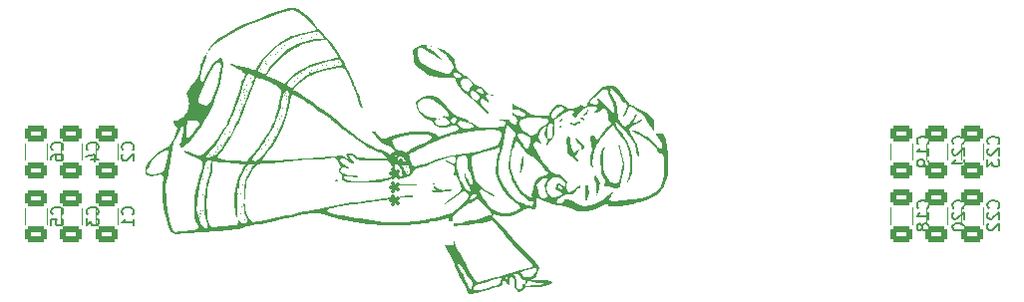
<source format=gbo>
G04 #@! TF.GenerationSoftware,KiCad,Pcbnew,7.0.1*
G04 #@! TF.CreationDate,2023-07-21T17:07:25+02:00*
G04 #@! TF.ProjectId,K_PSU_filter,4b5f5053-555f-4666-996c-7465722e6b69,rev?*
G04 #@! TF.SameCoordinates,Original*
G04 #@! TF.FileFunction,Legend,Bot*
G04 #@! TF.FilePolarity,Positive*
%FSLAX46Y46*%
G04 Gerber Fmt 4.6, Leading zero omitted, Abs format (unit mm)*
G04 Created by KiCad (PCBNEW 7.0.1) date 2023-07-21 17:07:25*
%MOMM*%
%LPD*%
G01*
G04 APERTURE LIST*
G04 Aperture macros list*
%AMRoundRect*
0 Rectangle with rounded corners*
0 $1 Rounding radius*
0 $2 $3 $4 $5 $6 $7 $8 $9 X,Y pos of 4 corners*
0 Add a 4 corners polygon primitive as box body*
4,1,4,$2,$3,$4,$5,$6,$7,$8,$9,$2,$3,0*
0 Add four circle primitives for the rounded corners*
1,1,$1+$1,$2,$3*
1,1,$1+$1,$4,$5*
1,1,$1+$1,$6,$7*
1,1,$1+$1,$8,$9*
0 Add four rect primitives between the rounded corners*
20,1,$1+$1,$2,$3,$4,$5,0*
20,1,$1+$1,$4,$5,$6,$7,0*
20,1,$1+$1,$6,$7,$8,$9,0*
20,1,$1+$1,$8,$9,$2,$3,0*%
G04 Aperture macros list end*
%ADD10C,0.150000*%
%ADD11C,0.300000*%
%ADD12C,0.120000*%
%ADD13R,2.000000X2.000000*%
%ADD14C,2.000000*%
%ADD15C,3.000000*%
%ADD16R,1.950000X1.950000*%
%ADD17C,1.950000*%
%ADD18C,6.400000*%
%ADD19RoundRect,0.250000X0.650000X-0.412500X0.650000X0.412500X-0.650000X0.412500X-0.650000X-0.412500X0*%
G04 APERTURE END LIST*
D10*
X122717380Y-53895833D02*
X122765000Y-53848214D01*
X122765000Y-53848214D02*
X122812619Y-53705357D01*
X122812619Y-53705357D02*
X122812619Y-53610119D01*
X122812619Y-53610119D02*
X122765000Y-53467262D01*
X122765000Y-53467262D02*
X122669761Y-53372024D01*
X122669761Y-53372024D02*
X122574523Y-53324405D01*
X122574523Y-53324405D02*
X122384047Y-53276786D01*
X122384047Y-53276786D02*
X122241190Y-53276786D01*
X122241190Y-53276786D02*
X122050714Y-53324405D01*
X122050714Y-53324405D02*
X121955476Y-53372024D01*
X121955476Y-53372024D02*
X121860238Y-53467262D01*
X121860238Y-53467262D02*
X121812619Y-53610119D01*
X121812619Y-53610119D02*
X121812619Y-53705357D01*
X121812619Y-53705357D02*
X121860238Y-53848214D01*
X121860238Y-53848214D02*
X121907857Y-53895833D01*
X121907857Y-54276786D02*
X121860238Y-54324405D01*
X121860238Y-54324405D02*
X121812619Y-54419643D01*
X121812619Y-54419643D02*
X121812619Y-54657738D01*
X121812619Y-54657738D02*
X121860238Y-54752976D01*
X121860238Y-54752976D02*
X121907857Y-54800595D01*
X121907857Y-54800595D02*
X122003095Y-54848214D01*
X122003095Y-54848214D02*
X122098333Y-54848214D01*
X122098333Y-54848214D02*
X122241190Y-54800595D01*
X122241190Y-54800595D02*
X122812619Y-54229167D01*
X122812619Y-54229167D02*
X122812619Y-54848214D01*
X190217380Y-58857142D02*
X190265000Y-58809523D01*
X190265000Y-58809523D02*
X190312619Y-58666666D01*
X190312619Y-58666666D02*
X190312619Y-58571428D01*
X190312619Y-58571428D02*
X190265000Y-58428571D01*
X190265000Y-58428571D02*
X190169761Y-58333333D01*
X190169761Y-58333333D02*
X190074523Y-58285714D01*
X190074523Y-58285714D02*
X189884047Y-58238095D01*
X189884047Y-58238095D02*
X189741190Y-58238095D01*
X189741190Y-58238095D02*
X189550714Y-58285714D01*
X189550714Y-58285714D02*
X189455476Y-58333333D01*
X189455476Y-58333333D02*
X189360238Y-58428571D01*
X189360238Y-58428571D02*
X189312619Y-58571428D01*
X189312619Y-58571428D02*
X189312619Y-58666666D01*
X189312619Y-58666666D02*
X189360238Y-58809523D01*
X189360238Y-58809523D02*
X189407857Y-58857142D01*
X190312619Y-59809523D02*
X190312619Y-59238095D01*
X190312619Y-59523809D02*
X189312619Y-59523809D01*
X189312619Y-59523809D02*
X189455476Y-59428571D01*
X189455476Y-59428571D02*
X189550714Y-59333333D01*
X189550714Y-59333333D02*
X189598333Y-59238095D01*
X189741190Y-60380952D02*
X189693571Y-60285714D01*
X189693571Y-60285714D02*
X189645952Y-60238095D01*
X189645952Y-60238095D02*
X189550714Y-60190476D01*
X189550714Y-60190476D02*
X189503095Y-60190476D01*
X189503095Y-60190476D02*
X189407857Y-60238095D01*
X189407857Y-60238095D02*
X189360238Y-60285714D01*
X189360238Y-60285714D02*
X189312619Y-60380952D01*
X189312619Y-60380952D02*
X189312619Y-60571428D01*
X189312619Y-60571428D02*
X189360238Y-60666666D01*
X189360238Y-60666666D02*
X189407857Y-60714285D01*
X189407857Y-60714285D02*
X189503095Y-60761904D01*
X189503095Y-60761904D02*
X189550714Y-60761904D01*
X189550714Y-60761904D02*
X189645952Y-60714285D01*
X189645952Y-60714285D02*
X189693571Y-60666666D01*
X189693571Y-60666666D02*
X189741190Y-60571428D01*
X189741190Y-60571428D02*
X189741190Y-60380952D01*
X189741190Y-60380952D02*
X189788809Y-60285714D01*
X189788809Y-60285714D02*
X189836428Y-60238095D01*
X189836428Y-60238095D02*
X189931666Y-60190476D01*
X189931666Y-60190476D02*
X190122142Y-60190476D01*
X190122142Y-60190476D02*
X190217380Y-60238095D01*
X190217380Y-60238095D02*
X190265000Y-60285714D01*
X190265000Y-60285714D02*
X190312619Y-60380952D01*
X190312619Y-60380952D02*
X190312619Y-60571428D01*
X190312619Y-60571428D02*
X190265000Y-60666666D01*
X190265000Y-60666666D02*
X190217380Y-60714285D01*
X190217380Y-60714285D02*
X190122142Y-60761904D01*
X190122142Y-60761904D02*
X189931666Y-60761904D01*
X189931666Y-60761904D02*
X189836428Y-60714285D01*
X189836428Y-60714285D02*
X189788809Y-60666666D01*
X189788809Y-60666666D02*
X189741190Y-60571428D01*
X119717380Y-59395833D02*
X119765000Y-59348214D01*
X119765000Y-59348214D02*
X119812619Y-59205357D01*
X119812619Y-59205357D02*
X119812619Y-59110119D01*
X119812619Y-59110119D02*
X119765000Y-58967262D01*
X119765000Y-58967262D02*
X119669761Y-58872024D01*
X119669761Y-58872024D02*
X119574523Y-58824405D01*
X119574523Y-58824405D02*
X119384047Y-58776786D01*
X119384047Y-58776786D02*
X119241190Y-58776786D01*
X119241190Y-58776786D02*
X119050714Y-58824405D01*
X119050714Y-58824405D02*
X118955476Y-58872024D01*
X118955476Y-58872024D02*
X118860238Y-58967262D01*
X118860238Y-58967262D02*
X118812619Y-59110119D01*
X118812619Y-59110119D02*
X118812619Y-59205357D01*
X118812619Y-59205357D02*
X118860238Y-59348214D01*
X118860238Y-59348214D02*
X118907857Y-59395833D01*
X118812619Y-59729167D02*
X118812619Y-60348214D01*
X118812619Y-60348214D02*
X119193571Y-60014881D01*
X119193571Y-60014881D02*
X119193571Y-60157738D01*
X119193571Y-60157738D02*
X119241190Y-60252976D01*
X119241190Y-60252976D02*
X119288809Y-60300595D01*
X119288809Y-60300595D02*
X119384047Y-60348214D01*
X119384047Y-60348214D02*
X119622142Y-60348214D01*
X119622142Y-60348214D02*
X119717380Y-60300595D01*
X119717380Y-60300595D02*
X119765000Y-60252976D01*
X119765000Y-60252976D02*
X119812619Y-60157738D01*
X119812619Y-60157738D02*
X119812619Y-59872024D01*
X119812619Y-59872024D02*
X119765000Y-59776786D01*
X119765000Y-59776786D02*
X119717380Y-59729167D01*
X122717380Y-59395833D02*
X122765000Y-59348214D01*
X122765000Y-59348214D02*
X122812619Y-59205357D01*
X122812619Y-59205357D02*
X122812619Y-59110119D01*
X122812619Y-59110119D02*
X122765000Y-58967262D01*
X122765000Y-58967262D02*
X122669761Y-58872024D01*
X122669761Y-58872024D02*
X122574523Y-58824405D01*
X122574523Y-58824405D02*
X122384047Y-58776786D01*
X122384047Y-58776786D02*
X122241190Y-58776786D01*
X122241190Y-58776786D02*
X122050714Y-58824405D01*
X122050714Y-58824405D02*
X121955476Y-58872024D01*
X121955476Y-58872024D02*
X121860238Y-58967262D01*
X121860238Y-58967262D02*
X121812619Y-59110119D01*
X121812619Y-59110119D02*
X121812619Y-59205357D01*
X121812619Y-59205357D02*
X121860238Y-59348214D01*
X121860238Y-59348214D02*
X121907857Y-59395833D01*
X122812619Y-60348214D02*
X122812619Y-59776786D01*
X122812619Y-60062500D02*
X121812619Y-60062500D01*
X121812619Y-60062500D02*
X121955476Y-59967262D01*
X121955476Y-59967262D02*
X122050714Y-59872024D01*
X122050714Y-59872024D02*
X122098333Y-59776786D01*
X119717380Y-53895833D02*
X119765000Y-53848214D01*
X119765000Y-53848214D02*
X119812619Y-53705357D01*
X119812619Y-53705357D02*
X119812619Y-53610119D01*
X119812619Y-53610119D02*
X119765000Y-53467262D01*
X119765000Y-53467262D02*
X119669761Y-53372024D01*
X119669761Y-53372024D02*
X119574523Y-53324405D01*
X119574523Y-53324405D02*
X119384047Y-53276786D01*
X119384047Y-53276786D02*
X119241190Y-53276786D01*
X119241190Y-53276786D02*
X119050714Y-53324405D01*
X119050714Y-53324405D02*
X118955476Y-53372024D01*
X118955476Y-53372024D02*
X118860238Y-53467262D01*
X118860238Y-53467262D02*
X118812619Y-53610119D01*
X118812619Y-53610119D02*
X118812619Y-53705357D01*
X118812619Y-53705357D02*
X118860238Y-53848214D01*
X118860238Y-53848214D02*
X118907857Y-53895833D01*
X119145952Y-54752976D02*
X119812619Y-54752976D01*
X118765000Y-54514881D02*
X119479285Y-54276786D01*
X119479285Y-54276786D02*
X119479285Y-54895833D01*
X193217380Y-53419642D02*
X193265000Y-53372023D01*
X193265000Y-53372023D02*
X193312619Y-53229166D01*
X193312619Y-53229166D02*
X193312619Y-53133928D01*
X193312619Y-53133928D02*
X193265000Y-52991071D01*
X193265000Y-52991071D02*
X193169761Y-52895833D01*
X193169761Y-52895833D02*
X193074523Y-52848214D01*
X193074523Y-52848214D02*
X192884047Y-52800595D01*
X192884047Y-52800595D02*
X192741190Y-52800595D01*
X192741190Y-52800595D02*
X192550714Y-52848214D01*
X192550714Y-52848214D02*
X192455476Y-52895833D01*
X192455476Y-52895833D02*
X192360238Y-52991071D01*
X192360238Y-52991071D02*
X192312619Y-53133928D01*
X192312619Y-53133928D02*
X192312619Y-53229166D01*
X192312619Y-53229166D02*
X192360238Y-53372023D01*
X192360238Y-53372023D02*
X192407857Y-53419642D01*
X192407857Y-53800595D02*
X192360238Y-53848214D01*
X192360238Y-53848214D02*
X192312619Y-53943452D01*
X192312619Y-53943452D02*
X192312619Y-54181547D01*
X192312619Y-54181547D02*
X192360238Y-54276785D01*
X192360238Y-54276785D02*
X192407857Y-54324404D01*
X192407857Y-54324404D02*
X192503095Y-54372023D01*
X192503095Y-54372023D02*
X192598333Y-54372023D01*
X192598333Y-54372023D02*
X192741190Y-54324404D01*
X192741190Y-54324404D02*
X193312619Y-53752976D01*
X193312619Y-53752976D02*
X193312619Y-54372023D01*
X193312619Y-55324404D02*
X193312619Y-54752976D01*
X193312619Y-55038690D02*
X192312619Y-55038690D01*
X192312619Y-55038690D02*
X192455476Y-54943452D01*
X192455476Y-54943452D02*
X192550714Y-54848214D01*
X192550714Y-54848214D02*
X192598333Y-54752976D01*
X196217380Y-53419642D02*
X196265000Y-53372023D01*
X196265000Y-53372023D02*
X196312619Y-53229166D01*
X196312619Y-53229166D02*
X196312619Y-53133928D01*
X196312619Y-53133928D02*
X196265000Y-52991071D01*
X196265000Y-52991071D02*
X196169761Y-52895833D01*
X196169761Y-52895833D02*
X196074523Y-52848214D01*
X196074523Y-52848214D02*
X195884047Y-52800595D01*
X195884047Y-52800595D02*
X195741190Y-52800595D01*
X195741190Y-52800595D02*
X195550714Y-52848214D01*
X195550714Y-52848214D02*
X195455476Y-52895833D01*
X195455476Y-52895833D02*
X195360238Y-52991071D01*
X195360238Y-52991071D02*
X195312619Y-53133928D01*
X195312619Y-53133928D02*
X195312619Y-53229166D01*
X195312619Y-53229166D02*
X195360238Y-53372023D01*
X195360238Y-53372023D02*
X195407857Y-53419642D01*
X195407857Y-53800595D02*
X195360238Y-53848214D01*
X195360238Y-53848214D02*
X195312619Y-53943452D01*
X195312619Y-53943452D02*
X195312619Y-54181547D01*
X195312619Y-54181547D02*
X195360238Y-54276785D01*
X195360238Y-54276785D02*
X195407857Y-54324404D01*
X195407857Y-54324404D02*
X195503095Y-54372023D01*
X195503095Y-54372023D02*
X195598333Y-54372023D01*
X195598333Y-54372023D02*
X195741190Y-54324404D01*
X195741190Y-54324404D02*
X196312619Y-53752976D01*
X196312619Y-53752976D02*
X196312619Y-54372023D01*
X195312619Y-54705357D02*
X195312619Y-55324404D01*
X195312619Y-55324404D02*
X195693571Y-54991071D01*
X195693571Y-54991071D02*
X195693571Y-55133928D01*
X195693571Y-55133928D02*
X195741190Y-55229166D01*
X195741190Y-55229166D02*
X195788809Y-55276785D01*
X195788809Y-55276785D02*
X195884047Y-55324404D01*
X195884047Y-55324404D02*
X196122142Y-55324404D01*
X196122142Y-55324404D02*
X196217380Y-55276785D01*
X196217380Y-55276785D02*
X196265000Y-55229166D01*
X196265000Y-55229166D02*
X196312619Y-55133928D01*
X196312619Y-55133928D02*
X196312619Y-54848214D01*
X196312619Y-54848214D02*
X196265000Y-54752976D01*
X196265000Y-54752976D02*
X196217380Y-54705357D01*
X196217380Y-58857142D02*
X196265000Y-58809523D01*
X196265000Y-58809523D02*
X196312619Y-58666666D01*
X196312619Y-58666666D02*
X196312619Y-58571428D01*
X196312619Y-58571428D02*
X196265000Y-58428571D01*
X196265000Y-58428571D02*
X196169761Y-58333333D01*
X196169761Y-58333333D02*
X196074523Y-58285714D01*
X196074523Y-58285714D02*
X195884047Y-58238095D01*
X195884047Y-58238095D02*
X195741190Y-58238095D01*
X195741190Y-58238095D02*
X195550714Y-58285714D01*
X195550714Y-58285714D02*
X195455476Y-58333333D01*
X195455476Y-58333333D02*
X195360238Y-58428571D01*
X195360238Y-58428571D02*
X195312619Y-58571428D01*
X195312619Y-58571428D02*
X195312619Y-58666666D01*
X195312619Y-58666666D02*
X195360238Y-58809523D01*
X195360238Y-58809523D02*
X195407857Y-58857142D01*
X195407857Y-59238095D02*
X195360238Y-59285714D01*
X195360238Y-59285714D02*
X195312619Y-59380952D01*
X195312619Y-59380952D02*
X195312619Y-59619047D01*
X195312619Y-59619047D02*
X195360238Y-59714285D01*
X195360238Y-59714285D02*
X195407857Y-59761904D01*
X195407857Y-59761904D02*
X195503095Y-59809523D01*
X195503095Y-59809523D02*
X195598333Y-59809523D01*
X195598333Y-59809523D02*
X195741190Y-59761904D01*
X195741190Y-59761904D02*
X196312619Y-59190476D01*
X196312619Y-59190476D02*
X196312619Y-59809523D01*
X195407857Y-60190476D02*
X195360238Y-60238095D01*
X195360238Y-60238095D02*
X195312619Y-60333333D01*
X195312619Y-60333333D02*
X195312619Y-60571428D01*
X195312619Y-60571428D02*
X195360238Y-60666666D01*
X195360238Y-60666666D02*
X195407857Y-60714285D01*
X195407857Y-60714285D02*
X195503095Y-60761904D01*
X195503095Y-60761904D02*
X195598333Y-60761904D01*
X195598333Y-60761904D02*
X195741190Y-60714285D01*
X195741190Y-60714285D02*
X196312619Y-60142857D01*
X196312619Y-60142857D02*
X196312619Y-60761904D01*
D11*
X144693356Y-55011601D02*
X144621927Y-54868744D01*
X144621927Y-54868744D02*
X144621927Y-54654458D01*
X144621927Y-54654458D02*
X144693356Y-54440172D01*
X144693356Y-54440172D02*
X144836213Y-54297315D01*
X144836213Y-54297315D02*
X144979070Y-54225886D01*
X144979070Y-54225886D02*
X145264784Y-54154458D01*
X145264784Y-54154458D02*
X145479070Y-54154458D01*
X145479070Y-54154458D02*
X145764784Y-54225886D01*
X145764784Y-54225886D02*
X145907641Y-54297315D01*
X145907641Y-54297315D02*
X146050499Y-54440172D01*
X146050499Y-54440172D02*
X146121927Y-54654458D01*
X146121927Y-54654458D02*
X146121927Y-54797315D01*
X146121927Y-54797315D02*
X146050499Y-55011601D01*
X146050499Y-55011601D02*
X145979070Y-55083029D01*
X145979070Y-55083029D02*
X145479070Y-55083029D01*
X145479070Y-55083029D02*
X145479070Y-54797315D01*
X144621927Y-55940172D02*
X144979070Y-55940172D01*
X144836213Y-55583029D02*
X144979070Y-55940172D01*
X144979070Y-55940172D02*
X144836213Y-56297315D01*
X145264784Y-55725886D02*
X144979070Y-55940172D01*
X144979070Y-55940172D02*
X145264784Y-56154458D01*
X144621927Y-57083029D02*
X144979070Y-57083029D01*
X144836213Y-56725886D02*
X144979070Y-57083029D01*
X144979070Y-57083029D02*
X144836213Y-57440172D01*
X145264784Y-56868743D02*
X144979070Y-57083029D01*
X144979070Y-57083029D02*
X145264784Y-57297315D01*
X144621927Y-58225886D02*
X144979070Y-58225886D01*
X144836213Y-57868743D02*
X144979070Y-58225886D01*
X144979070Y-58225886D02*
X144836213Y-58583029D01*
X145264784Y-58011600D02*
X144979070Y-58225886D01*
X144979070Y-58225886D02*
X145264784Y-58440172D01*
D10*
X190217380Y-53419642D02*
X190265000Y-53372023D01*
X190265000Y-53372023D02*
X190312619Y-53229166D01*
X190312619Y-53229166D02*
X190312619Y-53133928D01*
X190312619Y-53133928D02*
X190265000Y-52991071D01*
X190265000Y-52991071D02*
X190169761Y-52895833D01*
X190169761Y-52895833D02*
X190074523Y-52848214D01*
X190074523Y-52848214D02*
X189884047Y-52800595D01*
X189884047Y-52800595D02*
X189741190Y-52800595D01*
X189741190Y-52800595D02*
X189550714Y-52848214D01*
X189550714Y-52848214D02*
X189455476Y-52895833D01*
X189455476Y-52895833D02*
X189360238Y-52991071D01*
X189360238Y-52991071D02*
X189312619Y-53133928D01*
X189312619Y-53133928D02*
X189312619Y-53229166D01*
X189312619Y-53229166D02*
X189360238Y-53372023D01*
X189360238Y-53372023D02*
X189407857Y-53419642D01*
X190312619Y-54372023D02*
X190312619Y-53800595D01*
X190312619Y-54086309D02*
X189312619Y-54086309D01*
X189312619Y-54086309D02*
X189455476Y-53991071D01*
X189455476Y-53991071D02*
X189550714Y-53895833D01*
X189550714Y-53895833D02*
X189598333Y-53800595D01*
X190312619Y-54848214D02*
X190312619Y-55038690D01*
X190312619Y-55038690D02*
X190265000Y-55133928D01*
X190265000Y-55133928D02*
X190217380Y-55181547D01*
X190217380Y-55181547D02*
X190074523Y-55276785D01*
X190074523Y-55276785D02*
X189884047Y-55324404D01*
X189884047Y-55324404D02*
X189503095Y-55324404D01*
X189503095Y-55324404D02*
X189407857Y-55276785D01*
X189407857Y-55276785D02*
X189360238Y-55229166D01*
X189360238Y-55229166D02*
X189312619Y-55133928D01*
X189312619Y-55133928D02*
X189312619Y-54943452D01*
X189312619Y-54943452D02*
X189360238Y-54848214D01*
X189360238Y-54848214D02*
X189407857Y-54800595D01*
X189407857Y-54800595D02*
X189503095Y-54752976D01*
X189503095Y-54752976D02*
X189741190Y-54752976D01*
X189741190Y-54752976D02*
X189836428Y-54800595D01*
X189836428Y-54800595D02*
X189884047Y-54848214D01*
X189884047Y-54848214D02*
X189931666Y-54943452D01*
X189931666Y-54943452D02*
X189931666Y-55133928D01*
X189931666Y-55133928D02*
X189884047Y-55229166D01*
X189884047Y-55229166D02*
X189836428Y-55276785D01*
X189836428Y-55276785D02*
X189741190Y-55324404D01*
X116717380Y-59395833D02*
X116765000Y-59348214D01*
X116765000Y-59348214D02*
X116812619Y-59205357D01*
X116812619Y-59205357D02*
X116812619Y-59110119D01*
X116812619Y-59110119D02*
X116765000Y-58967262D01*
X116765000Y-58967262D02*
X116669761Y-58872024D01*
X116669761Y-58872024D02*
X116574523Y-58824405D01*
X116574523Y-58824405D02*
X116384047Y-58776786D01*
X116384047Y-58776786D02*
X116241190Y-58776786D01*
X116241190Y-58776786D02*
X116050714Y-58824405D01*
X116050714Y-58824405D02*
X115955476Y-58872024D01*
X115955476Y-58872024D02*
X115860238Y-58967262D01*
X115860238Y-58967262D02*
X115812619Y-59110119D01*
X115812619Y-59110119D02*
X115812619Y-59205357D01*
X115812619Y-59205357D02*
X115860238Y-59348214D01*
X115860238Y-59348214D02*
X115907857Y-59395833D01*
X115812619Y-60300595D02*
X115812619Y-59824405D01*
X115812619Y-59824405D02*
X116288809Y-59776786D01*
X116288809Y-59776786D02*
X116241190Y-59824405D01*
X116241190Y-59824405D02*
X116193571Y-59919643D01*
X116193571Y-59919643D02*
X116193571Y-60157738D01*
X116193571Y-60157738D02*
X116241190Y-60252976D01*
X116241190Y-60252976D02*
X116288809Y-60300595D01*
X116288809Y-60300595D02*
X116384047Y-60348214D01*
X116384047Y-60348214D02*
X116622142Y-60348214D01*
X116622142Y-60348214D02*
X116717380Y-60300595D01*
X116717380Y-60300595D02*
X116765000Y-60252976D01*
X116765000Y-60252976D02*
X116812619Y-60157738D01*
X116812619Y-60157738D02*
X116812619Y-59919643D01*
X116812619Y-59919643D02*
X116765000Y-59824405D01*
X116765000Y-59824405D02*
X116717380Y-59776786D01*
X116717380Y-53895833D02*
X116765000Y-53848214D01*
X116765000Y-53848214D02*
X116812619Y-53705357D01*
X116812619Y-53705357D02*
X116812619Y-53610119D01*
X116812619Y-53610119D02*
X116765000Y-53467262D01*
X116765000Y-53467262D02*
X116669761Y-53372024D01*
X116669761Y-53372024D02*
X116574523Y-53324405D01*
X116574523Y-53324405D02*
X116384047Y-53276786D01*
X116384047Y-53276786D02*
X116241190Y-53276786D01*
X116241190Y-53276786D02*
X116050714Y-53324405D01*
X116050714Y-53324405D02*
X115955476Y-53372024D01*
X115955476Y-53372024D02*
X115860238Y-53467262D01*
X115860238Y-53467262D02*
X115812619Y-53610119D01*
X115812619Y-53610119D02*
X115812619Y-53705357D01*
X115812619Y-53705357D02*
X115860238Y-53848214D01*
X115860238Y-53848214D02*
X115907857Y-53895833D01*
X115812619Y-54752976D02*
X115812619Y-54562500D01*
X115812619Y-54562500D02*
X115860238Y-54467262D01*
X115860238Y-54467262D02*
X115907857Y-54419643D01*
X115907857Y-54419643D02*
X116050714Y-54324405D01*
X116050714Y-54324405D02*
X116241190Y-54276786D01*
X116241190Y-54276786D02*
X116622142Y-54276786D01*
X116622142Y-54276786D02*
X116717380Y-54324405D01*
X116717380Y-54324405D02*
X116765000Y-54372024D01*
X116765000Y-54372024D02*
X116812619Y-54467262D01*
X116812619Y-54467262D02*
X116812619Y-54657738D01*
X116812619Y-54657738D02*
X116765000Y-54752976D01*
X116765000Y-54752976D02*
X116717380Y-54800595D01*
X116717380Y-54800595D02*
X116622142Y-54848214D01*
X116622142Y-54848214D02*
X116384047Y-54848214D01*
X116384047Y-54848214D02*
X116288809Y-54800595D01*
X116288809Y-54800595D02*
X116241190Y-54752976D01*
X116241190Y-54752976D02*
X116193571Y-54657738D01*
X116193571Y-54657738D02*
X116193571Y-54467262D01*
X116193571Y-54467262D02*
X116241190Y-54372024D01*
X116241190Y-54372024D02*
X116288809Y-54324405D01*
X116288809Y-54324405D02*
X116384047Y-54276786D01*
X193217380Y-58857142D02*
X193265000Y-58809523D01*
X193265000Y-58809523D02*
X193312619Y-58666666D01*
X193312619Y-58666666D02*
X193312619Y-58571428D01*
X193312619Y-58571428D02*
X193265000Y-58428571D01*
X193265000Y-58428571D02*
X193169761Y-58333333D01*
X193169761Y-58333333D02*
X193074523Y-58285714D01*
X193074523Y-58285714D02*
X192884047Y-58238095D01*
X192884047Y-58238095D02*
X192741190Y-58238095D01*
X192741190Y-58238095D02*
X192550714Y-58285714D01*
X192550714Y-58285714D02*
X192455476Y-58333333D01*
X192455476Y-58333333D02*
X192360238Y-58428571D01*
X192360238Y-58428571D02*
X192312619Y-58571428D01*
X192312619Y-58571428D02*
X192312619Y-58666666D01*
X192312619Y-58666666D02*
X192360238Y-58809523D01*
X192360238Y-58809523D02*
X192407857Y-58857142D01*
X192407857Y-59238095D02*
X192360238Y-59285714D01*
X192360238Y-59285714D02*
X192312619Y-59380952D01*
X192312619Y-59380952D02*
X192312619Y-59619047D01*
X192312619Y-59619047D02*
X192360238Y-59714285D01*
X192360238Y-59714285D02*
X192407857Y-59761904D01*
X192407857Y-59761904D02*
X192503095Y-59809523D01*
X192503095Y-59809523D02*
X192598333Y-59809523D01*
X192598333Y-59809523D02*
X192741190Y-59761904D01*
X192741190Y-59761904D02*
X193312619Y-59190476D01*
X193312619Y-59190476D02*
X193312619Y-59809523D01*
X192312619Y-60428571D02*
X192312619Y-60523809D01*
X192312619Y-60523809D02*
X192360238Y-60619047D01*
X192360238Y-60619047D02*
X192407857Y-60666666D01*
X192407857Y-60666666D02*
X192503095Y-60714285D01*
X192503095Y-60714285D02*
X192693571Y-60761904D01*
X192693571Y-60761904D02*
X192931666Y-60761904D01*
X192931666Y-60761904D02*
X193122142Y-60714285D01*
X193122142Y-60714285D02*
X193217380Y-60666666D01*
X193217380Y-60666666D02*
X193265000Y-60619047D01*
X193265000Y-60619047D02*
X193312619Y-60523809D01*
X193312619Y-60523809D02*
X193312619Y-60428571D01*
X193312619Y-60428571D02*
X193265000Y-60333333D01*
X193265000Y-60333333D02*
X193217380Y-60285714D01*
X193217380Y-60285714D02*
X193122142Y-60238095D01*
X193122142Y-60238095D02*
X192931666Y-60190476D01*
X192931666Y-60190476D02*
X192693571Y-60190476D01*
X192693571Y-60190476D02*
X192503095Y-60238095D01*
X192503095Y-60238095D02*
X192407857Y-60285714D01*
X192407857Y-60285714D02*
X192360238Y-60333333D01*
X192360238Y-60333333D02*
X192312619Y-60428571D01*
D12*
X119590000Y-54773752D02*
X119590000Y-53351248D01*
X121410000Y-54773752D02*
X121410000Y-53351248D01*
X187090000Y-60211252D02*
X187090000Y-58788748D01*
X188910000Y-60211252D02*
X188910000Y-58788748D01*
X116590000Y-60273752D02*
X116590000Y-58851248D01*
X118410000Y-60273752D02*
X118410000Y-58851248D01*
X119590000Y-60273752D02*
X119590000Y-58851248D01*
X121410000Y-60273752D02*
X121410000Y-58851248D01*
X116590000Y-54773752D02*
X116590000Y-53351248D01*
X118410000Y-54773752D02*
X118410000Y-53351248D01*
X190090000Y-54773752D02*
X190090000Y-53351248D01*
X191910000Y-54773752D02*
X191910000Y-53351248D01*
X193090000Y-54773752D02*
X193090000Y-53351248D01*
X194910000Y-54773752D02*
X194910000Y-53351248D01*
X193090000Y-60211252D02*
X193090000Y-58788748D01*
X194910000Y-60211252D02*
X194910000Y-58788748D01*
G36*
X132304666Y-59846696D02*
G01*
X132262332Y-59889029D01*
X132219999Y-59846696D01*
X132262332Y-59804362D01*
X132304666Y-59846696D01*
G37*
G36*
X128494666Y-59592696D02*
G01*
X128452332Y-59635029D01*
X128409999Y-59592696D01*
X128452332Y-59550362D01*
X128494666Y-59592696D01*
G37*
G36*
X131965999Y-59338696D02*
G01*
X131923666Y-59381029D01*
X131881332Y-59338696D01*
X131923666Y-59296362D01*
X131965999Y-59338696D01*
G37*
G36*
X128579332Y-59084696D02*
G01*
X128536999Y-59127029D01*
X128494666Y-59084696D01*
X128536999Y-59042362D01*
X128579332Y-59084696D01*
G37*
G36*
X128748666Y-59084696D02*
G01*
X128706332Y-59127029D01*
X128663999Y-59084696D01*
X128706332Y-59042362D01*
X128748666Y-59084696D01*
G37*
G36*
X132050666Y-58746029D02*
G01*
X132008332Y-58788362D01*
X131965999Y-58746029D01*
X132008332Y-58703696D01*
X132050666Y-58746029D01*
G37*
G36*
X128748666Y-57730029D02*
G01*
X128706332Y-57772362D01*
X128663999Y-57730029D01*
X128706332Y-57687696D01*
X128748666Y-57730029D01*
G37*
G36*
X162191999Y-57730029D02*
G01*
X162149666Y-57772362D01*
X162107332Y-57730029D01*
X162149666Y-57687696D01*
X162191999Y-57730029D01*
G37*
G36*
X131711999Y-57645362D02*
G01*
X131669666Y-57687696D01*
X131627332Y-57645362D01*
X131669666Y-57603029D01*
X131711999Y-57645362D01*
G37*
G36*
X131965999Y-57645362D02*
G01*
X131923666Y-57687696D01*
X131881332Y-57645362D01*
X131923666Y-57603029D01*
X131965999Y-57645362D01*
G37*
G36*
X132135332Y-56883362D02*
G01*
X132092999Y-56925696D01*
X132050666Y-56883362D01*
X132092999Y-56841029D01*
X132135332Y-56883362D01*
G37*
G36*
X128748666Y-56375362D02*
G01*
X128706332Y-56417696D01*
X128663999Y-56375362D01*
X128706332Y-56333029D01*
X128748666Y-56375362D01*
G37*
G36*
X146105332Y-55782696D02*
G01*
X146062999Y-55825029D01*
X146020666Y-55782696D01*
X146062999Y-55740362D01*
X146105332Y-55782696D01*
G37*
G36*
X132473999Y-55613362D02*
G01*
X132431666Y-55655696D01*
X132389332Y-55613362D01*
X132431666Y-55571029D01*
X132473999Y-55613362D01*
G37*
G36*
X129171999Y-55444029D02*
G01*
X129129666Y-55486362D01*
X129087332Y-55444029D01*
X129129666Y-55401696D01*
X129171999Y-55444029D01*
G37*
G36*
X146020666Y-55359362D02*
G01*
X145978332Y-55401696D01*
X145935999Y-55359362D01*
X145978332Y-55317029D01*
X146020666Y-55359362D01*
G37*
G36*
X145766666Y-55105362D02*
G01*
X145724332Y-55147696D01*
X145681999Y-55105362D01*
X145724332Y-55063029D01*
X145766666Y-55105362D01*
G37*
G36*
X129341332Y-54343362D02*
G01*
X129298999Y-54385696D01*
X129256666Y-54343362D01*
X129298999Y-54301029D01*
X129341332Y-54343362D01*
G37*
G36*
X129679999Y-54343362D02*
G01*
X129637666Y-54385696D01*
X129595332Y-54343362D01*
X129637666Y-54301029D01*
X129679999Y-54343362D01*
G37*
G36*
X129849332Y-54089362D02*
G01*
X129806999Y-54131696D01*
X129764666Y-54089362D01*
X129806999Y-54047029D01*
X129849332Y-54089362D01*
G37*
G36*
X130018666Y-53835362D02*
G01*
X129976332Y-53877696D01*
X129933999Y-53835362D01*
X129976332Y-53793029D01*
X130018666Y-53835362D01*
G37*
G36*
X133743999Y-53835362D02*
G01*
X133701666Y-53877696D01*
X133659332Y-53835362D01*
X133701666Y-53793029D01*
X133743999Y-53835362D01*
G37*
G36*
X130018666Y-53666029D02*
G01*
X129976332Y-53708362D01*
X129933999Y-53666029D01*
X129976332Y-53623696D01*
X130018666Y-53666029D01*
G37*
G36*
X134082666Y-53496696D02*
G01*
X134040332Y-53539029D01*
X133997999Y-53496696D01*
X134040332Y-53454362D01*
X134082666Y-53496696D01*
G37*
G36*
X134336666Y-53073362D02*
G01*
X134294332Y-53115696D01*
X134251999Y-53073362D01*
X134294332Y-53031029D01*
X134336666Y-53073362D01*
G37*
G36*
X130611332Y-52565362D02*
G01*
X130568999Y-52607696D01*
X130526666Y-52565362D01*
X130568999Y-52523029D01*
X130611332Y-52565362D01*
G37*
G36*
X131034666Y-52396029D02*
G01*
X130992332Y-52438362D01*
X130949999Y-52396029D01*
X130992332Y-52353696D01*
X131034666Y-52396029D01*
G37*
G36*
X135098666Y-52142029D02*
G01*
X135056332Y-52184362D01*
X135013999Y-52142029D01*
X135056332Y-52099696D01*
X135098666Y-52142029D01*
G37*
G36*
X135267999Y-51295362D02*
G01*
X135225666Y-51337696D01*
X135183332Y-51295362D01*
X135225666Y-51253029D01*
X135267999Y-51295362D01*
G37*
G36*
X148814666Y-51295362D02*
G01*
X148772332Y-51337696D01*
X148729999Y-51295362D01*
X148772332Y-51253029D01*
X148814666Y-51295362D01*
G37*
G36*
X135437332Y-51041362D02*
G01*
X135394999Y-51083696D01*
X135352666Y-51041362D01*
X135394999Y-50999029D01*
X135437332Y-51041362D01*
G37*
G36*
X131881332Y-50533362D02*
G01*
X131838999Y-50575696D01*
X131796666Y-50533362D01*
X131838999Y-50491029D01*
X131881332Y-50533362D01*
G37*
G36*
X135521999Y-50364029D02*
G01*
X135479666Y-50406362D01*
X135437332Y-50364029D01*
X135479666Y-50321696D01*
X135521999Y-50364029D01*
G37*
G36*
X132050666Y-50025362D02*
G01*
X132008332Y-50067696D01*
X131965999Y-50025362D01*
X132008332Y-49983029D01*
X132050666Y-50025362D01*
G37*
G36*
X131965999Y-49686696D02*
G01*
X131923666Y-49729029D01*
X131881332Y-49686696D01*
X131923666Y-49644362D01*
X131965999Y-49686696D01*
G37*
G36*
X135860666Y-49602029D02*
G01*
X135818332Y-49644362D01*
X135775999Y-49602029D01*
X135818332Y-49559696D01*
X135860666Y-49602029D01*
G37*
G36*
X132304666Y-49517362D02*
G01*
X132262332Y-49559696D01*
X132219999Y-49517362D01*
X132262332Y-49475029D01*
X132304666Y-49517362D01*
G37*
G36*
X135860666Y-49348029D02*
G01*
X135818332Y-49390362D01*
X135775999Y-49348029D01*
X135818332Y-49305696D01*
X135860666Y-49348029D01*
G37*
G36*
X132304666Y-49263362D02*
G01*
X132262332Y-49305696D01*
X132219999Y-49263362D01*
X132262332Y-49221029D01*
X132304666Y-49263362D01*
G37*
G36*
X135691332Y-49263362D02*
G01*
X135648999Y-49305696D01*
X135606666Y-49263362D01*
X135648999Y-49221029D01*
X135691332Y-49263362D01*
G37*
G36*
X135775999Y-49094029D02*
G01*
X135733666Y-49136362D01*
X135691332Y-49094029D01*
X135733666Y-49051696D01*
X135775999Y-49094029D01*
G37*
G36*
X132219999Y-49009362D02*
G01*
X132177666Y-49051696D01*
X132135332Y-49009362D01*
X132177666Y-48967029D01*
X132219999Y-49009362D01*
G37*
G36*
X132473999Y-48924696D02*
G01*
X132431666Y-48967029D01*
X132389332Y-48924696D01*
X132431666Y-48882362D01*
X132473999Y-48924696D01*
G37*
G36*
X163377332Y-48840029D02*
G01*
X163334999Y-48882362D01*
X163292666Y-48840029D01*
X163334999Y-48797696D01*
X163377332Y-48840029D01*
G37*
G36*
X132473999Y-48416696D02*
G01*
X132431666Y-48459029D01*
X132389332Y-48416696D01*
X132431666Y-48374362D01*
X132473999Y-48416696D01*
G37*
G36*
X136537999Y-48078029D02*
G01*
X136495666Y-48120362D01*
X136453332Y-48078029D01*
X136495666Y-48035696D01*
X136537999Y-48078029D01*
G37*
G36*
X132812666Y-47824029D02*
G01*
X132770332Y-47866362D01*
X132727999Y-47824029D01*
X132770332Y-47781696D01*
X132812666Y-47824029D01*
G37*
G36*
X136791999Y-47824029D02*
G01*
X136749666Y-47866362D01*
X136707332Y-47824029D01*
X136749666Y-47781696D01*
X136791999Y-47824029D01*
G37*
G36*
X137130666Y-47400696D02*
G01*
X137088332Y-47443029D01*
X137045999Y-47400696D01*
X137088332Y-47358362D01*
X137130666Y-47400696D01*
G37*
G36*
X137977332Y-47146696D02*
G01*
X137934999Y-47189029D01*
X137892666Y-47146696D01*
X137934999Y-47104362D01*
X137977332Y-47146696D01*
G37*
G36*
X133659332Y-47062029D02*
G01*
X133616999Y-47104362D01*
X133574666Y-47062029D01*
X133616999Y-47019696D01*
X133659332Y-47062029D01*
G37*
G36*
X138485332Y-47062029D02*
G01*
X138442999Y-47104362D01*
X138400666Y-47062029D01*
X138442999Y-47019696D01*
X138485332Y-47062029D01*
G37*
G36*
X138908666Y-46723362D02*
G01*
X138866332Y-46765696D01*
X138823999Y-46723362D01*
X138866332Y-46681029D01*
X138908666Y-46723362D01*
G37*
G36*
X139247332Y-46723362D02*
G01*
X139204999Y-46765696D01*
X139162666Y-46723362D01*
X139204999Y-46681029D01*
X139247332Y-46723362D01*
G37*
G36*
X139924666Y-46723362D02*
G01*
X139882332Y-46765696D01*
X139839999Y-46723362D01*
X139882332Y-46681029D01*
X139924666Y-46723362D01*
G37*
G36*
X140263332Y-46469362D02*
G01*
X140220999Y-46511696D01*
X140178666Y-46469362D01*
X140220999Y-46427029D01*
X140263332Y-46469362D01*
G37*
G36*
X134082666Y-46384696D02*
G01*
X134040332Y-46427029D01*
X133997999Y-46384696D01*
X134040332Y-46342362D01*
X134082666Y-46384696D01*
G37*
G36*
X134505999Y-45876696D02*
G01*
X134463666Y-45919029D01*
X134421332Y-45876696D01*
X134463666Y-45834362D01*
X134505999Y-45876696D01*
G37*
G36*
X134929332Y-45792029D02*
G01*
X134886999Y-45834362D01*
X134844666Y-45792029D01*
X134886999Y-45749696D01*
X134929332Y-45792029D01*
G37*
G36*
X129087332Y-45707362D02*
G01*
X129044999Y-45749696D01*
X129002666Y-45707362D01*
X129044999Y-45665029D01*
X129087332Y-45707362D01*
G37*
G36*
X135098666Y-45622696D02*
G01*
X135056332Y-45665029D01*
X135013999Y-45622696D01*
X135056332Y-45580362D01*
X135098666Y-45622696D01*
G37*
G36*
X135437332Y-45284029D02*
G01*
X135394999Y-45326362D01*
X135352666Y-45284029D01*
X135394999Y-45241696D01*
X135437332Y-45284029D01*
G37*
G36*
X148137332Y-45114696D02*
G01*
X148094999Y-45157029D01*
X148052666Y-45114696D01*
X148094999Y-45072362D01*
X148137332Y-45114696D01*
G37*
G36*
X135691332Y-45030029D02*
G01*
X135648999Y-45072362D01*
X135606666Y-45030029D01*
X135648999Y-44987696D01*
X135691332Y-45030029D01*
G37*
G36*
X137130666Y-44437362D02*
G01*
X137088332Y-44479696D01*
X137045999Y-44437362D01*
X137088332Y-44395029D01*
X137130666Y-44437362D01*
G37*
G36*
X137977332Y-44352696D02*
G01*
X137934999Y-44395029D01*
X137892666Y-44352696D01*
X137934999Y-44310362D01*
X137977332Y-44352696D01*
G37*
G36*
X138400666Y-44098696D02*
G01*
X138358332Y-44141029D01*
X138315999Y-44098696D01*
X138358332Y-44056362D01*
X138400666Y-44098696D01*
G37*
G36*
X128587015Y-59333496D02*
G01*
X128612091Y-59396521D01*
X128595554Y-59415484D01*
X128488816Y-59419747D01*
X128464958Y-59404353D01*
X128418237Y-59343054D01*
X128533275Y-59324585D01*
X128587015Y-59333496D01*
G37*
G36*
X140135479Y-56500981D02*
G01*
X140143865Y-56545373D01*
X140056663Y-56587029D01*
X140013915Y-56585373D01*
X139928408Y-56545379D01*
X140003482Y-56463645D01*
X140034011Y-56452140D01*
X140135479Y-56500981D01*
G37*
G36*
X130323084Y-53552111D02*
G01*
X130343685Y-53599427D01*
X130285748Y-53589447D01*
X130248136Y-53563312D01*
X130187999Y-53491699D01*
X130188823Y-53479863D01*
X130237834Y-53461217D01*
X130323084Y-53552111D01*
G37*
G36*
X134054379Y-46519264D02*
G01*
X134133084Y-46609444D01*
X134153685Y-46656760D01*
X134095748Y-46646781D01*
X134078512Y-46635532D01*
X134000537Y-46551877D01*
X134035336Y-46511696D01*
X134054379Y-46519264D01*
G37*
G36*
X159083232Y-51848119D02*
G01*
X159143999Y-51930362D01*
X159127845Y-51970825D01*
X159012002Y-52015029D01*
X158951526Y-52002846D01*
X158932332Y-51930362D01*
X158949662Y-51907240D01*
X159064329Y-51845696D01*
X159083232Y-51848119D01*
G37*
G36*
X160930681Y-51182838D02*
G01*
X161037284Y-51295362D01*
X161063106Y-51374634D01*
X161033932Y-51416813D01*
X160886591Y-51370971D01*
X160783215Y-51303268D01*
X160763503Y-51211908D01*
X160870607Y-51168362D01*
X160930681Y-51182838D01*
G37*
G36*
X159212791Y-51342987D02*
G01*
X159192936Y-51383959D01*
X159064624Y-51491154D01*
X159013653Y-51495792D01*
X158990541Y-51417071D01*
X159010395Y-51376100D01*
X159138707Y-51268904D01*
X159189679Y-51264267D01*
X159212791Y-51342987D01*
G37*
G36*
X132304666Y-48745369D02*
G01*
X132300856Y-48760255D01*
X132219999Y-48840029D01*
X132190023Y-48855799D01*
X132135332Y-48850023D01*
X132139142Y-48835137D01*
X132219999Y-48755362D01*
X132249976Y-48739592D01*
X132304666Y-48745369D01*
G37*
G36*
X161426240Y-50514282D02*
G01*
X161451617Y-50625208D01*
X161345104Y-50808952D01*
X161214588Y-50939066D01*
X161098928Y-50999029D01*
X161097402Y-50999024D01*
X161010681Y-50954116D01*
X161042603Y-50853178D01*
X161178371Y-50743760D01*
X161275811Y-50667250D01*
X161300374Y-50571448D01*
X161288210Y-50542603D01*
X161335339Y-50491029D01*
X161426240Y-50514282D01*
G37*
G36*
X155897705Y-54502136D02*
G01*
X155925831Y-54657000D01*
X155917527Y-54900723D01*
X155879382Y-55188461D01*
X155817989Y-55475375D01*
X155739940Y-55716623D01*
X155651827Y-55867362D01*
X155644858Y-55873945D01*
X155600866Y-55863960D01*
X155620970Y-55698029D01*
X155644893Y-55568710D01*
X155688554Y-55277377D01*
X155728007Y-54957196D01*
X155758658Y-54745340D01*
X155807900Y-54546954D01*
X155857188Y-54470362D01*
X155897705Y-54502136D01*
G37*
G36*
X146360159Y-56843004D02*
G01*
X146663780Y-56858065D01*
X146873649Y-56884718D01*
X146951999Y-56919094D01*
X146951021Y-56925581D01*
X146863289Y-56967226D01*
X146676832Y-56968773D01*
X146543674Y-56957973D01*
X146241287Y-56942308D01*
X145914832Y-56933042D01*
X145703635Y-56925638D01*
X145504787Y-56907271D01*
X145427999Y-56883362D01*
X145447259Y-56873914D01*
X145594246Y-56857044D01*
X145854419Y-56845383D01*
X146189999Y-56841029D01*
X146360159Y-56843004D01*
G37*
G36*
X160412144Y-52952562D02*
G01*
X160539379Y-53042907D01*
X160714892Y-53205615D01*
X160894707Y-53395178D01*
X161034847Y-53566091D01*
X161091332Y-53672845D01*
X161071461Y-53742584D01*
X160964332Y-53877696D01*
X160915585Y-53914430D01*
X160852153Y-53912685D01*
X160837332Y-53767502D01*
X160786123Y-53580903D01*
X160588017Y-53354969D01*
X160501998Y-53279836D01*
X160370388Y-53120718D01*
X160326451Y-52996487D01*
X160389263Y-52946362D01*
X160412144Y-52952562D01*
G37*
G36*
X160752666Y-51591696D02*
G01*
X160746993Y-51619856D01*
X160653499Y-51676362D01*
X160562490Y-51704125D01*
X160406659Y-51810005D01*
X160308373Y-51884622D01*
X160198081Y-51888523D01*
X160028597Y-51792693D01*
X160002799Y-51775143D01*
X159890291Y-51669444D01*
X159897284Y-51608712D01*
X159967132Y-51606454D01*
X160118152Y-51676766D01*
X160242426Y-51729530D01*
X160375353Y-51642437D01*
X160395622Y-51623277D01*
X160554897Y-51527713D01*
X160693453Y-51514558D01*
X160752666Y-51591696D01*
G37*
G36*
X149740141Y-56583005D02*
G01*
X149754330Y-56593198D01*
X149751561Y-56652484D01*
X149622676Y-56702602D01*
X149404780Y-56737226D01*
X149134977Y-56750032D01*
X148850372Y-56734694D01*
X148741906Y-56725726D01*
X148531832Y-56730392D01*
X148427331Y-56766612D01*
X148417855Y-56779743D01*
X148294614Y-56841029D01*
X148261276Y-56831037D01*
X148243283Y-56735196D01*
X148257515Y-56713304D01*
X148395357Y-56649877D01*
X148624237Y-56620152D01*
X148648854Y-56619394D01*
X148978994Y-56597079D01*
X149294398Y-56559337D01*
X149345040Y-56552379D01*
X149581561Y-56546437D01*
X149740141Y-56583005D01*
G37*
G36*
X148358608Y-57055609D02*
G01*
X148599669Y-57188950D01*
X148661556Y-57224149D01*
X148864859Y-57308856D01*
X149090043Y-57334965D01*
X149408842Y-57313520D01*
X149640823Y-57297166D01*
X149839092Y-57303200D01*
X149915332Y-57334538D01*
X149906147Y-57350160D01*
X149779744Y-57397946D01*
X149534478Y-57443447D01*
X149208156Y-57481875D01*
X148838587Y-57508443D01*
X148463579Y-57518362D01*
X148322481Y-57513189D01*
X148128682Y-57482608D01*
X148052666Y-57433696D01*
X148112168Y-57376463D01*
X148277455Y-57349029D01*
X148413694Y-57344384D01*
X148448365Y-57302278D01*
X148348999Y-57179696D01*
X148268036Y-57082575D01*
X148249930Y-57020220D01*
X148358608Y-57055609D01*
G37*
G36*
X159827908Y-52753708D02*
G01*
X159885180Y-52912297D01*
X159905999Y-53209564D01*
X159909638Y-53308917D01*
X159952101Y-53594917D01*
X160028974Y-53860254D01*
X160123522Y-54055617D01*
X160219007Y-54131696D01*
X160290068Y-54099008D01*
X160429018Y-53991104D01*
X160462950Y-53961658D01*
X160593444Y-53885080D01*
X160637656Y-53921790D01*
X160592348Y-54042645D01*
X160454282Y-54218502D01*
X160210577Y-54472876D01*
X160396955Y-54603420D01*
X160397663Y-54603917D01*
X160539315Y-54736618D01*
X160583815Y-54847354D01*
X160514046Y-54893696D01*
X160463886Y-54872103D01*
X160311974Y-54764676D01*
X160111879Y-54597429D01*
X159982404Y-54486335D01*
X159809703Y-54353100D01*
X159715499Y-54301095D01*
X159693066Y-54273958D01*
X159663555Y-54122598D01*
X159651999Y-53882693D01*
X159647288Y-53738213D01*
X159618610Y-53521743D01*
X159572537Y-53415246D01*
X159523850Y-53325456D01*
X159544802Y-53123673D01*
X159650328Y-52864819D01*
X159741962Y-52744285D01*
X159827908Y-52753708D01*
G37*
G36*
X164057597Y-53508094D02*
G01*
X164086271Y-53552079D01*
X164160939Y-53745864D01*
X164246263Y-54039210D01*
X164331438Y-54386278D01*
X164405656Y-54741226D01*
X164458112Y-55058214D01*
X164477999Y-55291403D01*
X164477915Y-55309561D01*
X164462833Y-55532548D01*
X164416223Y-55801511D01*
X164330086Y-56154450D01*
X164196428Y-56629362D01*
X164175135Y-56704291D01*
X164119677Y-56923346D01*
X164097298Y-57052696D01*
X164033988Y-57117952D01*
X163864924Y-57161453D01*
X163656611Y-57168596D01*
X163476014Y-57130946D01*
X163376094Y-57096582D01*
X163156659Y-57053690D01*
X163135687Y-57051717D01*
X162873806Y-57001267D01*
X162746291Y-56920984D01*
X162770508Y-56821320D01*
X162849583Y-56694338D01*
X162842448Y-56470180D01*
X162689416Y-56237779D01*
X162598921Y-56122929D01*
X162529056Y-55917063D01*
X162509499Y-55604323D01*
X162503459Y-55422827D01*
X162478447Y-55244960D01*
X162440640Y-55193342D01*
X162416231Y-55151742D01*
X162407270Y-54987822D01*
X162415837Y-54745700D01*
X162440107Y-54472754D01*
X162478255Y-54216362D01*
X162521346Y-54069192D01*
X162613306Y-53862458D01*
X162715844Y-53693578D01*
X162796161Y-53623696D01*
X162797706Y-53623756D01*
X162816560Y-53693851D01*
X162769446Y-53856529D01*
X162751698Y-53913261D01*
X162712205Y-54153625D01*
X162685180Y-54487915D01*
X162675672Y-54861990D01*
X162683325Y-55241628D01*
X162712663Y-55549247D01*
X162772963Y-55792722D01*
X162873556Y-56026995D01*
X162984485Y-56234331D01*
X163178338Y-56502863D01*
X163392083Y-56656763D01*
X163662485Y-56728735D01*
X163818928Y-56738763D01*
X163957915Y-56697257D01*
X164058233Y-56570657D01*
X164139803Y-56331323D01*
X164222545Y-55951615D01*
X164244966Y-55835805D01*
X164316071Y-55431299D01*
X164347287Y-55161285D01*
X164340361Y-55001790D01*
X164297039Y-54928843D01*
X164277610Y-54912499D01*
X164268885Y-54804899D01*
X164269530Y-54803776D01*
X164268729Y-54686130D01*
X164223466Y-54457688D01*
X164143266Y-54166831D01*
X164106629Y-54047037D01*
X164013239Y-53719054D01*
X163975283Y-53530251D01*
X163990742Y-53465106D01*
X164057597Y-53508094D01*
G37*
G36*
X150290991Y-48314837D02*
G01*
X150251676Y-48240433D01*
X150583216Y-48240433D01*
X150700305Y-48530920D01*
X150846429Y-48758245D01*
X151026434Y-48918436D01*
X151189964Y-48960285D01*
X151308785Y-48877977D01*
X151309091Y-48876559D01*
X151903590Y-48876559D01*
X152011889Y-48991163D01*
X152168285Y-49091551D01*
X152350813Y-49136205D01*
X152487177Y-49105368D01*
X152525041Y-48998312D01*
X152470452Y-48887967D01*
X152323049Y-48744531D01*
X152301696Y-48730690D01*
X152146145Y-48672201D01*
X151999938Y-48737382D01*
X151922762Y-48799309D01*
X151903590Y-48876559D01*
X151309091Y-48876559D01*
X151354666Y-48665699D01*
X151379356Y-48532355D01*
X151481666Y-48459029D01*
X151573531Y-48446821D01*
X151598784Y-48373768D01*
X151521489Y-48200339D01*
X151425456Y-48073945D01*
X151210223Y-47919192D01*
X150970531Y-47838599D01*
X150771195Y-47861441D01*
X150712564Y-47896263D01*
X150586139Y-48039864D01*
X150583216Y-48240433D01*
X150251676Y-48240433D01*
X150031649Y-47824029D01*
X149436133Y-47814719D01*
X149118830Y-47803307D01*
X148770301Y-47777905D01*
X148510141Y-47745086D01*
X148424749Y-47726957D01*
X148058052Y-47608369D01*
X147821345Y-47501217D01*
X149973373Y-47501217D01*
X149980079Y-47622340D01*
X150119889Y-47742490D01*
X150163671Y-47770020D01*
X150339243Y-47832675D01*
X150513584Y-47778707D01*
X150699857Y-47679017D01*
X150455761Y-47479401D01*
X150418531Y-47449479D01*
X150250609Y-47327692D01*
X150151145Y-47276741D01*
X150095817Y-47309467D01*
X150001546Y-47440139D01*
X149973373Y-47501217D01*
X147821345Y-47501217D01*
X147674262Y-47434636D01*
X147334250Y-47236046D01*
X147098888Y-47042887D01*
X146927778Y-46854315D01*
X146757985Y-46668934D01*
X146719642Y-46617642D01*
X146619323Y-46357718D01*
X146556615Y-45972545D01*
X146553141Y-45935063D01*
X146533675Y-45654443D01*
X146549183Y-45483377D01*
X146613238Y-45368775D01*
X146739413Y-45257546D01*
X146766146Y-45237188D01*
X146936986Y-45137025D01*
X147046617Y-45120846D01*
X147070307Y-45131358D01*
X147121332Y-45087340D01*
X147134067Y-45066338D01*
X147261377Y-45024104D01*
X147481166Y-45007001D01*
X147584555Y-45008587D01*
X147728835Y-45022029D01*
X147739922Y-45044823D01*
X147706448Y-45063882D01*
X147675375Y-45165519D01*
X147743040Y-45275105D01*
X147877142Y-45326362D01*
X147879137Y-45326389D01*
X148015439Y-45378661D01*
X148217305Y-45510858D01*
X148450831Y-45693270D01*
X148682115Y-45896188D01*
X148877252Y-46089901D01*
X149002338Y-46244702D01*
X149023471Y-46330880D01*
X149021902Y-46332303D01*
X148935701Y-46308812D01*
X148807378Y-46184816D01*
X148797833Y-46173171D01*
X148689404Y-46062651D01*
X148644036Y-46057816D01*
X148637700Y-46080540D01*
X148580536Y-46045894D01*
X148577932Y-46042509D01*
X148457909Y-45946163D01*
X148264332Y-45834716D01*
X148197068Y-45799396D01*
X147942042Y-45648405D01*
X147680129Y-45475018D01*
X147496711Y-45358042D01*
X147217981Y-45250234D01*
X147022799Y-45284380D01*
X146915424Y-45460563D01*
X146892534Y-45636350D01*
X146912059Y-45862729D01*
X146922593Y-45898034D01*
X147009763Y-46123926D01*
X147121766Y-46351001D01*
X147230082Y-46526175D01*
X147306194Y-46596362D01*
X147373443Y-46620476D01*
X147552899Y-46711262D01*
X147791922Y-46846386D01*
X147912498Y-46913870D01*
X148269302Y-47085360D01*
X148657449Y-47241442D01*
X149031588Y-47366353D01*
X149346366Y-47444333D01*
X149556433Y-47459620D01*
X149684049Y-47404989D01*
X149847548Y-47223827D01*
X149948934Y-46979731D01*
X149953336Y-46736255D01*
X149938134Y-46690372D01*
X149824103Y-46482796D01*
X149655206Y-46264632D01*
X149591987Y-46192970D01*
X149459921Y-46022367D01*
X149407332Y-45919509D01*
X149384206Y-45872464D01*
X149259166Y-45797013D01*
X149185806Y-45761334D01*
X148994148Y-45632607D01*
X148772332Y-45455216D01*
X148433666Y-45162179D01*
X148814666Y-45301803D01*
X148849720Y-45315149D01*
X149138539Y-45453337D01*
X149444054Y-45637811D01*
X149723971Y-45838582D01*
X149935999Y-46025666D01*
X150037846Y-46169076D01*
X150049296Y-46214730D01*
X150088474Y-46418963D01*
X150129255Y-46681029D01*
X150164332Y-46860172D01*
X150301228Y-47163149D01*
X150548834Y-47400723D01*
X150936456Y-47606494D01*
X151002262Y-47636997D01*
X151338051Y-47850431D01*
X151609937Y-48109277D01*
X151857511Y-48351457D01*
X152205811Y-48535035D01*
X152283772Y-48560752D01*
X152466833Y-48645431D01*
X152539999Y-48720471D01*
X152541646Y-48732332D01*
X152615138Y-48853715D01*
X152764029Y-49013405D01*
X152825532Y-49072787D01*
X152909207Y-49185797D01*
X152857754Y-49221029D01*
X152765081Y-49235835D01*
X152687846Y-49329284D01*
X152733572Y-49477971D01*
X152898778Y-49645845D01*
X152919707Y-49661087D01*
X153134415Y-49776192D01*
X153284361Y-49759476D01*
X153377400Y-49678614D01*
X153386598Y-49551996D01*
X153228895Y-49433786D01*
X153115408Y-49366967D01*
X153047999Y-49285619D01*
X153098243Y-49227519D01*
X153243510Y-49241400D01*
X153431327Y-49332988D01*
X153540748Y-49387996D01*
X153789690Y-49477278D01*
X154086409Y-49558475D01*
X154104884Y-49562836D01*
X154534996Y-49715809D01*
X154866741Y-49955840D01*
X154956117Y-50034818D01*
X155192230Y-50192052D01*
X155396424Y-50267320D01*
X155636435Y-50321691D01*
X155963156Y-50478313D01*
X156349999Y-50751516D01*
X156396567Y-50787329D01*
X156561915Y-50892334D01*
X156744894Y-50956264D01*
X156996068Y-50992130D01*
X157365999Y-51012941D01*
X157650673Y-51022760D01*
X157892657Y-51021829D01*
X158027070Y-50999051D01*
X158034830Y-50992516D01*
X158297332Y-50992516D01*
X158301265Y-51058745D01*
X158367357Y-51220900D01*
X158483984Y-51255295D01*
X158610625Y-51142528D01*
X158661884Y-51085628D01*
X158818564Y-50946641D01*
X159025168Y-50779412D01*
X159229364Y-50625818D01*
X159378825Y-50527739D01*
X159382976Y-50500280D01*
X159348600Y-50376147D01*
X159225705Y-50256129D01*
X159019440Y-50237986D01*
X158776886Y-50316217D01*
X158544820Y-50484516D01*
X158378857Y-50696915D01*
X158297332Y-50992516D01*
X158034830Y-50992516D01*
X158088515Y-50947303D01*
X158111595Y-50859460D01*
X158132961Y-50788022D01*
X158244483Y-50583589D01*
X158412657Y-50359275D01*
X158533601Y-50236154D01*
X158828768Y-50065944D01*
X159136003Y-50064234D01*
X159452387Y-50231384D01*
X159480692Y-50252394D01*
X159758591Y-50375966D01*
X160074441Y-50412632D01*
X160366983Y-50362665D01*
X160574962Y-50226341D01*
X160645249Y-50146424D01*
X160756620Y-50094207D01*
X160906326Y-50162223D01*
X160927226Y-50174623D01*
X161143410Y-50221207D01*
X161321887Y-50111199D01*
X161443552Y-49855509D01*
X161460981Y-49813884D01*
X161582444Y-49813884D01*
X161585936Y-49958642D01*
X161606750Y-49977859D01*
X161759050Y-50026311D01*
X161990488Y-50045354D01*
X162119354Y-50044384D01*
X162264691Y-50027278D01*
X162289570Y-49964898D01*
X162226511Y-49827183D01*
X162157267Y-49666478D01*
X162146475Y-49576998D01*
X162159819Y-49566558D01*
X162295506Y-49577711D01*
X162507658Y-49712205D01*
X162779954Y-49955711D01*
X163096073Y-50293901D01*
X163439697Y-50712444D01*
X163629061Y-50956696D01*
X163630197Y-50552115D01*
X163621841Y-50385779D01*
X163540479Y-50032259D01*
X163357695Y-49620781D01*
X163354040Y-49613736D01*
X163217527Y-49337558D01*
X163119675Y-49115183D01*
X163081449Y-48994172D01*
X163081012Y-48984558D01*
X163008349Y-48847964D01*
X162843642Y-48801639D01*
X162630804Y-48838398D01*
X162413747Y-48951059D01*
X162236383Y-49132435D01*
X162230143Y-49141639D01*
X162062570Y-49340556D01*
X161893719Y-49476071D01*
X161875404Y-49486251D01*
X161690508Y-49638272D01*
X161582444Y-49813884D01*
X161460981Y-49813884D01*
X161486972Y-49751808D01*
X161652454Y-49506735D01*
X161895055Y-49226437D01*
X162175134Y-48951503D01*
X162453053Y-48722519D01*
X162689172Y-48580076D01*
X162722323Y-48566498D01*
X163136568Y-48472286D01*
X163526523Y-48510731D01*
X163855723Y-48672259D01*
X164087703Y-48947296D01*
X164164473Y-49070447D01*
X164342589Y-49306563D01*
X164554803Y-49552617D01*
X164709762Y-49726186D01*
X164848054Y-49897125D01*
X164901332Y-49986422D01*
X164903085Y-49991971D01*
X164993897Y-50063323D01*
X165195065Y-50179145D01*
X165468542Y-50317246D01*
X165478820Y-50322168D01*
X166286909Y-50796358D01*
X166970382Y-51381339D01*
X167523896Y-52071617D01*
X167942110Y-52861696D01*
X167992698Y-52990987D01*
X168056042Y-53198102D01*
X168101821Y-53436169D01*
X168134531Y-53739782D01*
X168158669Y-54143537D01*
X168178732Y-54682029D01*
X168182237Y-54794539D01*
X168194954Y-55286943D01*
X168196611Y-55651165D01*
X168184623Y-55921546D01*
X168156405Y-56132430D01*
X168109374Y-56318160D01*
X168040945Y-56513081D01*
X167954407Y-56720597D01*
X167816784Y-56994802D01*
X167695672Y-57179304D01*
X167573359Y-57342593D01*
X167485474Y-57507252D01*
X167479363Y-57519608D01*
X167362782Y-57622440D01*
X167136624Y-57764992D01*
X166841256Y-57927022D01*
X166517045Y-58088284D01*
X166204359Y-58228535D01*
X165943565Y-58327532D01*
X165775030Y-58365029D01*
X165767610Y-58365147D01*
X165570385Y-58405927D01*
X165338382Y-58497877D01*
X165315207Y-58508588D01*
X165052698Y-58581577D01*
X164648704Y-58640121D01*
X164127496Y-58680556D01*
X164023390Y-58685962D01*
X163640036Y-58702317D01*
X163385518Y-58702375D01*
X163226955Y-58682733D01*
X163131469Y-58639991D01*
X163066178Y-58570745D01*
X163049376Y-58548408D01*
X162936670Y-58460385D01*
X162803555Y-58511653D01*
X162651463Y-58613671D01*
X162192515Y-58875241D01*
X161757300Y-59036866D01*
X161283223Y-59123748D01*
X161158498Y-59136764D01*
X161029589Y-59142371D01*
X160788283Y-59152866D01*
X160474439Y-59112617D01*
X160151805Y-59002615D01*
X159755225Y-58809457D01*
X159450617Y-58687939D01*
X158993225Y-58617797D01*
X158726333Y-58593992D01*
X158570376Y-58561761D01*
X158367483Y-58519831D01*
X157993611Y-58410350D01*
X157737269Y-58313740D01*
X158731643Y-58313740D01*
X158847855Y-58419151D01*
X158945015Y-58440957D01*
X159151210Y-58422025D01*
X159324936Y-58342764D01*
X159397999Y-58226993D01*
X159413068Y-58159173D01*
X159504375Y-58125008D01*
X159715499Y-58151104D01*
X159753583Y-58158763D01*
X159994243Y-58231574D01*
X160159999Y-58319650D01*
X160554077Y-58567463D01*
X161029589Y-58688624D01*
X161542551Y-58665472D01*
X162073223Y-58501705D01*
X162601867Y-58201023D01*
X163108742Y-57767124D01*
X163223116Y-57659369D01*
X163399487Y-57540106D01*
X163492437Y-57540698D01*
X163483365Y-57653320D01*
X163353667Y-57870147D01*
X163306382Y-57937461D01*
X163229908Y-58095486D01*
X163259823Y-58198075D01*
X163411348Y-58252503D01*
X163699703Y-58266042D01*
X164140109Y-58245966D01*
X164223681Y-58240312D01*
X165122725Y-58157643D01*
X165868312Y-58038744D01*
X166473311Y-57873643D01*
X166950591Y-57652368D01*
X167313021Y-57364946D01*
X167573470Y-57001404D01*
X167744807Y-56551770D01*
X167839902Y-56006071D01*
X167871623Y-55354335D01*
X167865620Y-54890375D01*
X167835823Y-54560851D01*
X167775324Y-54354072D01*
X167677290Y-54246941D01*
X167534886Y-54216362D01*
X167503450Y-54210203D01*
X167368074Y-54106641D01*
X167233287Y-53915758D01*
X167219703Y-53891115D01*
X166916981Y-53493245D01*
X166479873Y-53115490D01*
X165941004Y-52786360D01*
X165703060Y-52659618D01*
X165447061Y-52510915D01*
X165282332Y-52400402D01*
X165259390Y-52381848D01*
X165176402Y-52302465D01*
X165219160Y-52277431D01*
X165409065Y-52287721D01*
X165422433Y-52288916D01*
X165665659Y-52347842D01*
X165844944Y-52450908D01*
X165926546Y-52519990D01*
X166138639Y-52669501D01*
X166395544Y-52828951D01*
X166396319Y-52829401D01*
X166638295Y-52992139D01*
X166892879Y-53197596D01*
X167122314Y-53410710D01*
X167288840Y-53596417D01*
X167354701Y-53719654D01*
X167388034Y-53759428D01*
X167525999Y-53817561D01*
X167586417Y-53829456D01*
X167673856Y-53792113D01*
X167695332Y-53627187D01*
X167643272Y-53395662D01*
X167517117Y-53165968D01*
X167485473Y-53124446D01*
X167318079Y-52879332D01*
X167157284Y-52612771D01*
X167022252Y-52386826D01*
X166825405Y-52080221D01*
X166615833Y-51770541D01*
X166590324Y-51733839D01*
X166420499Y-51480923D01*
X166299936Y-51286638D01*
X166253324Y-51190487D01*
X166250687Y-51173328D01*
X166168242Y-51032284D01*
X166012601Y-50862718D01*
X165840763Y-50720216D01*
X165709727Y-50660362D01*
X165647784Y-50652790D01*
X165578131Y-50596862D01*
X165570700Y-50575720D01*
X165465240Y-50479720D01*
X165283106Y-50368081D01*
X165086296Y-50275590D01*
X164936804Y-50237029D01*
X164865817Y-50270639D01*
X164816666Y-50409791D01*
X164811920Y-50454458D01*
X164741915Y-50641777D01*
X164618489Y-50848188D01*
X164480717Y-51015044D01*
X164367673Y-51083696D01*
X164347612Y-51030799D01*
X164411913Y-50893196D01*
X164434632Y-50857245D01*
X164610672Y-50499804D01*
X164672204Y-50193453D01*
X164612689Y-49968315D01*
X164612434Y-49967951D01*
X164513987Y-49865475D01*
X164458066Y-49913590D01*
X164437089Y-49933001D01*
X164355836Y-49868396D01*
X164242284Y-49686696D01*
X164088769Y-49438617D01*
X163891595Y-49178703D01*
X163684904Y-48945564D01*
X163502701Y-48777555D01*
X163378992Y-48713029D01*
X163310698Y-48727790D01*
X163242597Y-48841734D01*
X163274553Y-49039577D01*
X163405000Y-49286810D01*
X163527265Y-49476696D01*
X163745549Y-49947605D01*
X163846033Y-50448696D01*
X163857878Y-50569349D01*
X163913376Y-50981345D01*
X163990207Y-51281644D01*
X164103678Y-51516716D01*
X164269096Y-51733030D01*
X164382065Y-51852007D01*
X164508508Y-51955262D01*
X164559141Y-51951529D01*
X164565610Y-51912299D01*
X164628082Y-51866863D01*
X164669629Y-51853843D01*
X164799778Y-51749682D01*
X164969980Y-51579374D01*
X165140612Y-51386260D01*
X165272048Y-51213678D01*
X165324666Y-51104968D01*
X165344928Y-51042123D01*
X165451666Y-50914362D01*
X165537720Y-50859254D01*
X165578666Y-50903996D01*
X165574001Y-50933541D01*
X165484941Y-50999029D01*
X165444559Y-51015231D01*
X165437877Y-51120625D01*
X165440865Y-51130343D01*
X165414938Y-51281974D01*
X165305764Y-51469495D01*
X165126991Y-51696769D01*
X165331662Y-51635416D01*
X165500865Y-51570548D01*
X165734179Y-51449115D01*
X165877855Y-51371885D01*
X165962408Y-51354549D01*
X165973661Y-51370232D01*
X165931885Y-51473266D01*
X165734697Y-51617462D01*
X165388166Y-51798132D01*
X165223519Y-51881093D01*
X164983107Y-52041745D01*
X164901332Y-52174690D01*
X164902071Y-52185772D01*
X164954036Y-52341581D01*
X165071782Y-52586013D01*
X165232575Y-52871262D01*
X165317065Y-53019577D01*
X165529399Y-53484933D01*
X165655909Y-53918633D01*
X165701696Y-54165913D01*
X165733990Y-54354855D01*
X165739667Y-54443802D01*
X165720137Y-54469916D01*
X165676805Y-54470362D01*
X165645303Y-54432567D01*
X165583196Y-54275994D01*
X165514491Y-54049719D01*
X165454417Y-53810390D01*
X165418203Y-53614653D01*
X165421079Y-53519157D01*
X165421822Y-53515701D01*
X165376318Y-53422205D01*
X165259431Y-53231402D01*
X165093100Y-52979398D01*
X164952381Y-52786180D01*
X164718063Y-52499279D01*
X164458708Y-52209645D01*
X164200685Y-51944103D01*
X163970361Y-51729482D01*
X163794106Y-51592608D01*
X163698288Y-51560309D01*
X163690371Y-51603739D01*
X163754998Y-51762548D01*
X163899110Y-52008096D01*
X164106119Y-52313037D01*
X164359433Y-52650029D01*
X164406995Y-52711474D01*
X164747329Y-53244810D01*
X164977499Y-53819173D01*
X165108747Y-54471254D01*
X165152317Y-55237745D01*
X165147831Y-55574735D01*
X165119843Y-55881118D01*
X165056896Y-56129515D01*
X164948124Y-56380745D01*
X164840187Y-56574816D01*
X164762633Y-56654149D01*
X164737544Y-56588396D01*
X164767609Y-56386904D01*
X164855518Y-56059018D01*
X164965104Y-55540508D01*
X164978752Y-54851069D01*
X164857502Y-54084847D01*
X164693483Y-53542341D01*
X164455488Y-53083632D01*
X164118166Y-52673989D01*
X164023552Y-52560655D01*
X163969999Y-52450005D01*
X163960238Y-52417098D01*
X163875182Y-52272542D01*
X163731111Y-52076378D01*
X163629061Y-51947965D01*
X163504332Y-51791014D01*
X163492222Y-51775776D01*
X163419666Y-51855581D01*
X163159611Y-52141620D01*
X163123737Y-52181253D01*
X162812167Y-52540208D01*
X162534365Y-52884899D01*
X162310709Y-53187882D01*
X162161572Y-53421712D01*
X162107332Y-53558945D01*
X162096976Y-53625568D01*
X162033730Y-53829354D01*
X161932067Y-54083054D01*
X161816289Y-54477682D01*
X161781337Y-54998169D01*
X161845064Y-55535203D01*
X162000177Y-56032963D01*
X162239385Y-56435629D01*
X162331687Y-56561108D01*
X162389281Y-56740345D01*
X162358464Y-56980750D01*
X162346434Y-57035083D01*
X162305961Y-57237709D01*
X162292010Y-57343817D01*
X162275051Y-57529974D01*
X162184719Y-57603029D01*
X162171239Y-57599992D01*
X162120983Y-57497791D01*
X162111887Y-57285529D01*
X162121709Y-56966691D01*
X162091198Y-56727056D01*
X161999929Y-56531070D01*
X161829230Y-56314597D01*
X161679464Y-56157697D01*
X161516797Y-56051366D01*
X161365188Y-56049305D01*
X161246094Y-56082986D01*
X161176042Y-56110071D01*
X161188869Y-56148713D01*
X161246448Y-56307350D01*
X161334621Y-56544696D01*
X161403228Y-56785285D01*
X161452048Y-57148776D01*
X161453631Y-57517914D01*
X161411216Y-57849832D01*
X161328039Y-58101661D01*
X161207336Y-58230533D01*
X161182073Y-58237049D01*
X161136462Y-58208629D01*
X161115568Y-58093790D01*
X161116794Y-57865177D01*
X161137543Y-57495433D01*
X161189103Y-56713766D01*
X160948915Y-56623105D01*
X160708726Y-56532444D01*
X160739589Y-56856070D01*
X160748394Y-57058964D01*
X160707393Y-57157285D01*
X160593839Y-57179696D01*
X160473341Y-57212829D01*
X160366824Y-57380510D01*
X160348964Y-57436811D01*
X160198610Y-57639436D01*
X159976708Y-57732707D01*
X159811851Y-57702421D01*
X159739261Y-57689085D01*
X159667643Y-57654976D01*
X159525443Y-57646208D01*
X159368844Y-57759469D01*
X159198453Y-57888988D01*
X158953499Y-58018627D01*
X158893405Y-58045674D01*
X158750988Y-58173468D01*
X158731643Y-58313740D01*
X157737269Y-58313740D01*
X157681044Y-58292550D01*
X157650290Y-58280959D01*
X157383094Y-58147070D01*
X157237599Y-58024097D01*
X157194750Y-57967568D01*
X157107850Y-57948560D01*
X157048077Y-58078602D01*
X157024640Y-58343862D01*
X157019123Y-58460430D01*
X156973581Y-58727766D01*
X156897640Y-58910378D01*
X156814376Y-58999015D01*
X156773332Y-58991944D01*
X156773177Y-58989099D01*
X156693782Y-58938414D01*
X156576775Y-58924179D01*
X156509368Y-58915979D01*
X156279122Y-58920721D01*
X156062235Y-58951567D01*
X155917894Y-59007446D01*
X155738831Y-59132443D01*
X155244915Y-59379111D01*
X154715676Y-59529109D01*
X154199376Y-59571595D01*
X154135480Y-59560943D01*
X153744277Y-59495726D01*
X153713904Y-59485607D01*
X153430946Y-59420071D01*
X153282308Y-59451520D01*
X153241857Y-59527845D01*
X153278837Y-59658126D01*
X153412829Y-59724990D01*
X153449785Y-59742391D01*
X153588281Y-59860911D01*
X153788805Y-60066520D01*
X154021666Y-60329730D01*
X154044209Y-60356322D01*
X154522879Y-60914589D01*
X154944927Y-61390784D01*
X155355782Y-61833958D01*
X155800872Y-62293162D01*
X156325625Y-62817447D01*
X156650982Y-63141978D01*
X156919431Y-63420412D01*
X157095487Y-63622549D01*
X157195628Y-63769519D01*
X157236330Y-63882455D01*
X157234071Y-63982488D01*
X157206870Y-64097568D01*
X157104286Y-64369919D01*
X156967021Y-64623931D01*
X156823284Y-64811785D01*
X156701284Y-64885659D01*
X156621478Y-64898504D01*
X156665340Y-64952821D01*
X156691263Y-64963166D01*
X156865046Y-64988325D01*
X157145845Y-65002084D01*
X157486952Y-65001665D01*
X157574106Y-64999938D01*
X157949456Y-65005244D01*
X158183659Y-65037101D01*
X158299111Y-65098172D01*
X158325611Y-65207315D01*
X158220141Y-65326155D01*
X157998826Y-65433471D01*
X157689948Y-65521430D01*
X157321788Y-65582197D01*
X156922625Y-65607937D01*
X156520741Y-65590817D01*
X156406574Y-65579743D01*
X156170216Y-65570768D01*
X156106628Y-65586395D01*
X156043467Y-65601917D01*
X155983957Y-65680248D01*
X155916009Y-65773556D01*
X155699396Y-65915366D01*
X155482166Y-66000495D01*
X155388698Y-66037123D01*
X155029774Y-66122298D01*
X154824486Y-66140517D01*
X154668485Y-66154362D01*
X154463613Y-66145682D01*
X154202745Y-66090629D01*
X154110448Y-66071151D01*
X153887600Y-65926569D01*
X153809999Y-65719501D01*
X153807055Y-65682896D01*
X153985679Y-65682896D01*
X154056714Y-65827995D01*
X154202745Y-65924545D01*
X154381499Y-65924199D01*
X154453329Y-65828761D01*
X154461372Y-65783302D01*
X154668733Y-65783302D01*
X154695968Y-65941256D01*
X154774197Y-66012013D01*
X154824486Y-66022489D01*
X154960858Y-65956806D01*
X155069364Y-65778355D01*
X155140923Y-65528964D01*
X155166454Y-65250465D01*
X155136874Y-64984688D01*
X155043101Y-64773463D01*
X154940441Y-64689254D01*
X154840984Y-64746315D01*
X154754744Y-64969029D01*
X154741154Y-65036825D01*
X154710889Y-65253497D01*
X154681712Y-65528726D01*
X154668733Y-65783302D01*
X154461372Y-65783302D01*
X154488511Y-65629904D01*
X154487332Y-65581189D01*
X154482835Y-65395380D01*
X154438244Y-65191084D01*
X154356681Y-65082912D01*
X154256841Y-65056160D01*
X154171351Y-65105135D01*
X154124540Y-65289488D01*
X154097232Y-65407163D01*
X154037959Y-65531292D01*
X154031911Y-65537594D01*
X153985679Y-65682896D01*
X153807055Y-65682896D01*
X153804764Y-65654418D01*
X153772036Y-65604044D01*
X153689465Y-65588333D01*
X153534823Y-65610860D01*
X153285884Y-65675198D01*
X152920420Y-65784920D01*
X152416205Y-65943601D01*
X152287855Y-65983722D01*
X151858359Y-66104557D01*
X151830324Y-66112444D01*
X151523168Y-66170753D01*
X151478768Y-66167536D01*
X151363703Y-66159199D01*
X151359933Y-66157138D01*
X151277753Y-66089786D01*
X151178435Y-65959965D01*
X151048193Y-65745009D01*
X150873242Y-65422252D01*
X150639796Y-64969029D01*
X150629962Y-64949661D01*
X150503176Y-64695631D01*
X150380820Y-64439720D01*
X150245253Y-64143429D01*
X150078834Y-63768254D01*
X150029070Y-63654199D01*
X150352975Y-63654199D01*
X150431922Y-63869409D01*
X150607500Y-64207029D01*
X150716485Y-64412305D01*
X150890628Y-64773765D01*
X151025302Y-65091952D01*
X151126456Y-65328815D01*
X151263912Y-65571040D01*
X151388326Y-65711032D01*
X151478768Y-65719816D01*
X151511837Y-65643876D01*
X151692066Y-65643876D01*
X151705080Y-65794242D01*
X151858359Y-65860116D01*
X152147247Y-65840125D01*
X152567093Y-65732893D01*
X152916332Y-65626678D01*
X153265434Y-65525650D01*
X153530012Y-65454399D01*
X153649180Y-65420339D01*
X153862931Y-65306421D01*
X153985909Y-65122486D01*
X153988009Y-65117374D01*
X154040927Y-64931876D01*
X154030508Y-64822649D01*
X153970802Y-64812008D01*
X153785990Y-64839033D01*
X153532278Y-64907718D01*
X153234265Y-64998929D01*
X152844845Y-65112041D01*
X152461788Y-65218356D01*
X152406467Y-65233599D01*
X152150340Y-65314937D01*
X152104330Y-65329548D01*
X151875050Y-65423057D01*
X151764585Y-65495835D01*
X151692066Y-65643876D01*
X151511837Y-65643876D01*
X151522473Y-65619452D01*
X151569865Y-65428522D01*
X151579498Y-65360335D01*
X151560912Y-65198518D01*
X151463599Y-65013939D01*
X151266023Y-64759157D01*
X151110598Y-64559811D01*
X150883073Y-64229395D01*
X150709849Y-63933657D01*
X150624138Y-63777378D01*
X150503586Y-63599102D01*
X150421906Y-63529696D01*
X150366847Y-63547484D01*
X150352975Y-63654199D01*
X150029070Y-63654199D01*
X149863923Y-63275696D01*
X149800332Y-63132323D01*
X149642022Y-62797603D01*
X149498518Y-62521946D01*
X149394650Y-62354111D01*
X149286135Y-62187105D01*
X149237999Y-62055450D01*
X149198206Y-61932133D01*
X149093516Y-61752428D01*
X149006087Y-61561678D01*
X148974594Y-61249444D01*
X148987868Y-61140976D01*
X149054884Y-60849795D01*
X149142671Y-60611389D01*
X149503453Y-60611389D01*
X149514418Y-60759975D01*
X149656920Y-60968981D01*
X149660834Y-60973766D01*
X149771960Y-61153316D01*
X149908671Y-61432002D01*
X150042294Y-61751595D01*
X150059374Y-61795927D01*
X150175884Y-62079878D01*
X150274100Y-62290147D01*
X150334286Y-62383989D01*
X150353505Y-62407178D01*
X150442001Y-62555403D01*
X150582892Y-62815264D01*
X150761378Y-63159080D01*
X150962658Y-63559173D01*
X150971238Y-63576475D01*
X151246221Y-64125053D01*
X151466076Y-64537077D01*
X151648610Y-64828147D01*
X151811627Y-65013860D01*
X151972935Y-65109816D01*
X152150340Y-65131613D01*
X152361648Y-65094850D01*
X152624666Y-65015125D01*
X152675286Y-64999090D01*
X152919084Y-64925642D01*
X153285370Y-64818357D01*
X153496652Y-64757362D01*
X154402666Y-64757362D01*
X154412218Y-64815786D01*
X154487332Y-64884362D01*
X154526282Y-64870034D01*
X154571999Y-64757362D01*
X154562447Y-64698939D01*
X154487332Y-64630362D01*
X154448383Y-64644691D01*
X154402666Y-64757362D01*
X153496652Y-64757362D01*
X153744035Y-64685945D01*
X154264970Y-64537117D01*
X154392066Y-64501147D01*
X155028024Y-64501147D01*
X155106752Y-64545696D01*
X155164738Y-64569083D01*
X155254131Y-64727947D01*
X155312872Y-65014656D01*
X155333999Y-65402946D01*
X155339498Y-65549319D01*
X155382154Y-65691785D01*
X155482166Y-65729733D01*
X155644095Y-65705458D01*
X155799951Y-65588564D01*
X155812165Y-65461670D01*
X156106628Y-65461670D01*
X156842147Y-65421346D01*
X156978994Y-65412687D01*
X157299302Y-65382628D01*
X157537708Y-65346247D01*
X157650545Y-65309580D01*
X157658875Y-65295394D01*
X157592425Y-65264996D01*
X157411856Y-65267095D01*
X157363173Y-65270011D01*
X157059091Y-65247229D01*
X156756832Y-65174874D01*
X156669881Y-65144862D01*
X156463887Y-65079683D01*
X156352945Y-65053696D01*
X156288801Y-65106016D01*
X156258157Y-65158102D01*
X156199570Y-65257683D01*
X156106628Y-65461670D01*
X155812165Y-65461670D01*
X155818468Y-65396190D01*
X155810323Y-65363555D01*
X155805881Y-65267017D01*
X155881106Y-65305018D01*
X155969156Y-65347914D01*
X156043778Y-65260599D01*
X156086627Y-65121830D01*
X156060456Y-65004269D01*
X155908970Y-64953751D01*
X155784770Y-64901690D01*
X155671963Y-64715029D01*
X155611007Y-64579562D01*
X155456724Y-64500212D01*
X155358162Y-64489876D01*
X155191581Y-64435331D01*
X155144087Y-64417308D01*
X155038519Y-64459648D01*
X155028024Y-64501147D01*
X154392066Y-64501147D01*
X154818068Y-64380582D01*
X155049279Y-64315228D01*
X155673914Y-64315228D01*
X155704140Y-64386134D01*
X155782328Y-64545696D01*
X155825601Y-64619065D01*
X155966875Y-64730673D01*
X156207104Y-64766089D01*
X156258157Y-64766541D01*
X156463626Y-64747002D01*
X156570208Y-64701208D01*
X156587088Y-64681722D01*
X156694516Y-64676312D01*
X156741229Y-64673066D01*
X156773332Y-64561060D01*
X156791530Y-64461647D01*
X156900332Y-64291696D01*
X156967533Y-64217893D01*
X157027332Y-64068049D01*
X157027156Y-64059226D01*
X157006518Y-64005042D01*
X156932420Y-63986290D01*
X156777642Y-64006153D01*
X156514964Y-64067813D01*
X156117166Y-64174451D01*
X155937316Y-64225452D01*
X155747191Y-64284578D01*
X155673914Y-64315228D01*
X155049279Y-64315228D01*
X155068358Y-64309835D01*
X155571621Y-64165954D01*
X156006944Y-64039316D01*
X156350529Y-63936963D01*
X156578580Y-63865938D01*
X156667299Y-63833285D01*
X156683369Y-63808100D01*
X156658944Y-63682229D01*
X156516553Y-63479063D01*
X156250069Y-63190899D01*
X155853362Y-62810029D01*
X155683981Y-62652245D01*
X155415765Y-62395712D01*
X155181105Y-62157522D01*
X154952636Y-61907167D01*
X154702991Y-61614139D01*
X154404807Y-61247929D01*
X154030717Y-60778029D01*
X153985343Y-60720742D01*
X153709161Y-60374483D01*
X153514517Y-60139677D01*
X153381414Y-59997010D01*
X153289857Y-59927168D01*
X153219849Y-59910838D01*
X153151394Y-59928705D01*
X153011523Y-59971028D01*
X152712290Y-60040097D01*
X152329773Y-60115496D01*
X151912543Y-60188810D01*
X151509168Y-60251626D01*
X151168220Y-60295530D01*
X150938268Y-60312106D01*
X150738999Y-60320364D01*
X150384604Y-60354383D01*
X150126065Y-60391614D01*
X150028101Y-60405721D01*
X149922318Y-60425389D01*
X149635570Y-60505701D01*
X149503453Y-60611389D01*
X149142671Y-60611389D01*
X149153151Y-60582927D01*
X149262888Y-60387930D01*
X149364317Y-60312362D01*
X149461111Y-60242656D01*
X149541314Y-60060714D01*
X149574282Y-59833972D01*
X149871204Y-59833972D01*
X149886149Y-60072903D01*
X149899704Y-60109379D01*
X149970683Y-60169892D01*
X150126065Y-60186788D01*
X150407098Y-60167562D01*
X150609066Y-60139448D01*
X150867110Y-60077007D01*
X151022666Y-60004856D01*
X151085599Y-59968124D01*
X151317669Y-59910473D01*
X151639314Y-59889029D01*
X152104703Y-59840879D01*
X152539999Y-59677362D01*
X152710566Y-59596011D01*
X152942754Y-59502224D01*
X153087518Y-59465696D01*
X153155877Y-59457351D01*
X153207505Y-59389099D01*
X153146495Y-59243328D01*
X152967206Y-59009535D01*
X152663996Y-58677216D01*
X152579033Y-58588658D01*
X152333431Y-58345369D01*
X152161359Y-58205931D01*
X152034598Y-58150578D01*
X151924929Y-58159545D01*
X151640841Y-58280444D01*
X151384365Y-58423939D01*
X151275330Y-58484943D01*
X150889987Y-58737753D01*
X150538753Y-59005936D01*
X150355269Y-59159028D01*
X150153877Y-59325489D01*
X150033071Y-59423362D01*
X149927151Y-59588124D01*
X149871204Y-59833972D01*
X149574282Y-59833972D01*
X149575510Y-59825529D01*
X149574419Y-59805662D01*
X149524283Y-59739694D01*
X149383275Y-59729851D01*
X149129016Y-59777719D01*
X148739127Y-59884886D01*
X148517011Y-59948274D01*
X147644313Y-60148573D01*
X146767063Y-60263761D01*
X145808999Y-60304769D01*
X145689867Y-60306171D01*
X145299673Y-60317153D01*
X144951232Y-60335590D01*
X144870019Y-60343208D01*
X144708332Y-60358375D01*
X144686908Y-60360914D01*
X144454721Y-60365631D01*
X144104842Y-60350086D01*
X143680936Y-60316922D01*
X143226666Y-60268777D01*
X143146551Y-60259145D01*
X142706015Y-60206534D01*
X142312862Y-60160144D01*
X142007333Y-60124694D01*
X141829666Y-60104905D01*
X141690967Y-60089847D01*
X141224313Y-60025187D01*
X140776185Y-59935458D01*
X140288192Y-59807582D01*
X139701939Y-59628487D01*
X139237794Y-59483488D01*
X138866276Y-59379718D01*
X138571608Y-59319461D01*
X138311253Y-59296454D01*
X138042673Y-59304434D01*
X137723332Y-59337136D01*
X137561566Y-59361659D01*
X137226984Y-59423022D01*
X136789419Y-59510175D01*
X136284227Y-59615573D01*
X135746766Y-59731672D01*
X135212392Y-59850930D01*
X134716462Y-59965801D01*
X134294332Y-60068744D01*
X134268453Y-60075130D01*
X134000707Y-60132864D01*
X133644704Y-60200465D01*
X133270140Y-60264606D01*
X133239987Y-60269522D01*
X132844103Y-60344191D01*
X132456163Y-60432766D01*
X132156121Y-60517124D01*
X132013252Y-60560901D01*
X131681488Y-60642386D01*
X131402314Y-60687242D01*
X131280496Y-60698228D01*
X130979696Y-60727010D01*
X130597588Y-60764800D01*
X130187999Y-60806319D01*
X130033196Y-60821571D01*
X129513747Y-60866378D01*
X129492198Y-60868237D01*
X129468332Y-60869976D01*
X129017055Y-60902856D01*
X128917488Y-60910110D01*
X128409999Y-60939623D01*
X128202679Y-60950122D01*
X127729612Y-60978106D01*
X127275453Y-61009607D01*
X126915351Y-61039598D01*
X126597833Y-61064092D01*
X126374597Y-61058365D01*
X126213278Y-61012707D01*
X126059666Y-60919508D01*
X126023512Y-60892495D01*
X125922455Y-60794036D01*
X125836029Y-60657040D01*
X125755178Y-60455909D01*
X125670845Y-60165041D01*
X125573975Y-59758836D01*
X125455512Y-59211696D01*
X125379497Y-58795558D01*
X125298941Y-58138332D01*
X125260405Y-57486108D01*
X125266423Y-56891187D01*
X125319530Y-56405866D01*
X125324970Y-56375854D01*
X125339587Y-56162175D01*
X125271892Y-56053455D01*
X125096521Y-56034654D01*
X124788106Y-56090728D01*
X124685425Y-56112328D01*
X124290596Y-56143200D01*
X124285401Y-56143606D01*
X123999521Y-56067437D01*
X123837877Y-55885996D01*
X123804338Y-55780207D01*
X123803997Y-55687810D01*
X123938170Y-55687810D01*
X123943812Y-55793717D01*
X123999650Y-55900164D01*
X124078033Y-55952648D01*
X124290596Y-55984611D01*
X124575061Y-55970180D01*
X124879246Y-55913117D01*
X125150968Y-55817182D01*
X125285520Y-55735829D01*
X125401784Y-55579358D01*
X125471869Y-55315962D01*
X125489258Y-55226098D01*
X125572296Y-54874867D01*
X125669345Y-54538536D01*
X125691709Y-54465856D01*
X125746899Y-54185878D01*
X125725907Y-54010474D01*
X125696388Y-53968168D01*
X125618549Y-53937850D01*
X125477545Y-53979361D01*
X125232251Y-54100172D01*
X125135222Y-54153128D01*
X124755214Y-54420811D01*
X124440142Y-54767607D01*
X124147566Y-55238038D01*
X124119260Y-55290561D01*
X123993170Y-55535679D01*
X123938170Y-55687810D01*
X123803997Y-55687810D01*
X123803390Y-55523556D01*
X123914008Y-55218887D01*
X124145136Y-54835630D01*
X124173675Y-54794329D01*
X124552449Y-54356608D01*
X125014964Y-54021486D01*
X125601167Y-53759436D01*
X125622334Y-53751679D01*
X125769065Y-53675438D01*
X125890660Y-53549604D01*
X126014546Y-53337573D01*
X126168147Y-53002744D01*
X126336711Y-52611612D01*
X126448242Y-52333249D01*
X126502876Y-52150330D01*
X126506343Y-52032672D01*
X126464372Y-51950090D01*
X126382692Y-51872402D01*
X126314004Y-51802956D01*
X126225420Y-51626028D01*
X126216896Y-51391295D01*
X126292298Y-51078255D01*
X126455493Y-50666406D01*
X126710349Y-50135244D01*
X126870890Y-49825015D01*
X128344365Y-49825015D01*
X128399812Y-49928053D01*
X128513505Y-50020562D01*
X128688835Y-50116742D01*
X128968123Y-50150268D01*
X129208202Y-50022997D01*
X129393395Y-49739927D01*
X129572874Y-49298171D01*
X129796821Y-48682273D01*
X129978334Y-48103029D01*
X130113172Y-47580186D01*
X130197091Y-47133488D01*
X130225847Y-46782682D01*
X130195198Y-46547512D01*
X130100899Y-46447723D01*
X130086104Y-46445567D01*
X129909033Y-46507836D01*
X129695754Y-46710301D01*
X129458136Y-47033065D01*
X129208044Y-47456232D01*
X128957346Y-47959904D01*
X128717908Y-48524185D01*
X128501599Y-49129179D01*
X128406138Y-49432438D01*
X128346646Y-49672719D01*
X128344365Y-49825015D01*
X126870890Y-49825015D01*
X126970028Y-49633442D01*
X127262072Y-49110126D01*
X127517579Y-48708472D01*
X127749913Y-48407858D01*
X127972440Y-48187659D01*
X128074366Y-48089164D01*
X128242144Y-47832735D01*
X128363622Y-47476554D01*
X128452491Y-46986360D01*
X128455078Y-46968004D01*
X128514341Y-46690192D01*
X128603819Y-46413273D01*
X128709175Y-46163744D01*
X128816073Y-45968101D01*
X128910179Y-45852843D01*
X128977155Y-45844465D01*
X129002666Y-45969466D01*
X128971606Y-46120899D01*
X128886061Y-46329299D01*
X128795589Y-46541828D01*
X128676889Y-46923175D01*
X128577178Y-47352467D01*
X128514420Y-47760529D01*
X128501993Y-47965086D01*
X128530222Y-48088259D01*
X128615798Y-48120362D01*
X128696552Y-48097806D01*
X128804514Y-47972196D01*
X128849287Y-47850507D01*
X129006062Y-47500871D01*
X129200140Y-47141044D01*
X129410098Y-46803919D01*
X129614516Y-46522391D01*
X129791972Y-46329352D01*
X129921045Y-46257696D01*
X129979211Y-46237617D01*
X130102559Y-46131628D01*
X130190792Y-46052011D01*
X130280484Y-46069414D01*
X130348842Y-46233999D01*
X130403674Y-46556793D01*
X130413111Y-46790532D01*
X130374833Y-47232355D01*
X130284106Y-47745488D01*
X130151938Y-48280759D01*
X129989334Y-48788997D01*
X129807302Y-49221029D01*
X129807224Y-49221185D01*
X129717115Y-49457690D01*
X129648486Y-49729029D01*
X129643401Y-49754646D01*
X129545259Y-50053881D01*
X129366959Y-50451326D01*
X129128077Y-50913635D01*
X128968123Y-51195853D01*
X128848188Y-51407462D01*
X128546868Y-51899461D01*
X128243692Y-52356286D01*
X127958236Y-52744590D01*
X127710075Y-53031029D01*
X127689076Y-53052145D01*
X127443821Y-53293895D01*
X127368374Y-53368264D01*
X127140669Y-53575034D01*
X126985780Y-53687219D01*
X126883529Y-53719585D01*
X126813736Y-53686899D01*
X126764308Y-53626193D01*
X126726399Y-53429363D01*
X126837729Y-53176217D01*
X126845875Y-53162171D01*
X126900316Y-53005504D01*
X126953096Y-52766151D01*
X126977257Y-52618647D01*
X127285926Y-52618647D01*
X127305328Y-52774412D01*
X127356176Y-52845059D01*
X127443821Y-52861696D01*
X127510687Y-52824587D01*
X127659276Y-52679452D01*
X127848303Y-52460430D01*
X128047765Y-52206175D01*
X128227658Y-51955343D01*
X128357978Y-51746589D01*
X128408721Y-51618568D01*
X128404758Y-51587789D01*
X128316571Y-51506989D01*
X128098700Y-51465060D01*
X127732666Y-51457601D01*
X127351666Y-51464696D01*
X127309332Y-52079688D01*
X127292620Y-52346658D01*
X127285926Y-52618647D01*
X126977257Y-52618647D01*
X126999052Y-52485586D01*
X127033023Y-52205284D01*
X127049848Y-51966719D01*
X127044364Y-51811365D01*
X127011410Y-51780696D01*
X127007005Y-51784978D01*
X126896596Y-51937664D01*
X126747498Y-52197984D01*
X126583586Y-52519266D01*
X126428735Y-52854838D01*
X126306821Y-53158029D01*
X126227446Y-53419958D01*
X126125744Y-53835190D01*
X126018503Y-54340632D01*
X125914361Y-54895312D01*
X125821954Y-55458260D01*
X125800104Y-55596355D01*
X125729028Y-55987062D01*
X125653775Y-56333874D01*
X125587372Y-56574781D01*
X125572617Y-56620907D01*
X125509030Y-56938267D01*
X125497729Y-57237884D01*
X125555484Y-57894181D01*
X125607803Y-58438671D01*
X125653789Y-58852094D01*
X125695847Y-59153889D01*
X125736385Y-59363497D01*
X125777809Y-59500359D01*
X125839973Y-59709089D01*
X125854783Y-59881359D01*
X125863499Y-59973897D01*
X125927472Y-60191942D01*
X126034756Y-60457394D01*
X126236017Y-60898758D01*
X126751508Y-60860873D01*
X127126050Y-60829822D01*
X127578691Y-60781999D01*
X127942445Y-60731331D01*
X128177166Y-60682834D01*
X128274833Y-60608696D01*
X129425999Y-60608696D01*
X129468332Y-60651029D01*
X129510666Y-60608696D01*
X129468332Y-60566362D01*
X129425999Y-60608696D01*
X128274833Y-60608696D01*
X128297306Y-60591637D01*
X128309432Y-60421756D01*
X128193316Y-60222152D01*
X128184770Y-60212272D01*
X128073741Y-59978675D01*
X128000840Y-59612659D01*
X127965963Y-59144777D01*
X127966358Y-59074772D01*
X128170843Y-59074772D01*
X128185107Y-59185839D01*
X128216123Y-59243597D01*
X128245110Y-59288702D01*
X128288445Y-59446254D01*
X128353690Y-59830310D01*
X128477729Y-60147158D01*
X128676096Y-60395853D01*
X128866906Y-60546410D01*
X129017055Y-60584441D01*
X129086360Y-60487885D01*
X129068245Y-60267581D01*
X128956132Y-59934368D01*
X128882076Y-59677942D01*
X128824940Y-59237200D01*
X128807800Y-58737634D01*
X129015271Y-58737634D01*
X129026763Y-59168864D01*
X129050051Y-59525740D01*
X129085299Y-59762029D01*
X129106941Y-59843997D01*
X129224555Y-60198790D01*
X129353989Y-60409225D01*
X129513747Y-60496172D01*
X129722332Y-60480498D01*
X129789754Y-60470614D01*
X130001426Y-60448051D01*
X130314054Y-60418802D01*
X130688037Y-60386712D01*
X130963674Y-60362399D01*
X131284675Y-60329241D01*
X131510602Y-60299890D01*
X131604556Y-60278694D01*
X131629939Y-60228871D01*
X131674954Y-60059787D01*
X131705521Y-59856444D01*
X131707467Y-59849170D01*
X131767940Y-59873902D01*
X131884447Y-60000759D01*
X132027608Y-60135406D01*
X132218144Y-60163655D01*
X132450138Y-60037088D01*
X132492672Y-59960232D01*
X132463190Y-59806895D01*
X132345945Y-59548282D01*
X132293727Y-59442110D01*
X132223486Y-59269624D01*
X132180709Y-59089021D01*
X132160456Y-58860042D01*
X132157789Y-58542426D01*
X132161754Y-58365029D01*
X132232518Y-58365029D01*
X132242281Y-58422044D01*
X132267781Y-58609351D01*
X132300471Y-58873029D01*
X132389856Y-59277940D01*
X132543684Y-59631690D01*
X132739637Y-59894649D01*
X132955442Y-60027554D01*
X132990344Y-60033060D01*
X133203492Y-60025116D01*
X133510329Y-59978848D01*
X133856909Y-59901782D01*
X133926509Y-59884052D01*
X134299099Y-59795997D01*
X134641424Y-59724999D01*
X134886999Y-59685046D01*
X135052067Y-59660837D01*
X135383368Y-59596373D01*
X135721280Y-59516260D01*
X135745462Y-59509981D01*
X136035258Y-59441336D01*
X136436137Y-59354027D01*
X136898383Y-59258612D01*
X137372280Y-59165648D01*
X137413629Y-59157742D01*
X137897161Y-59061417D01*
X138371914Y-58960646D01*
X138785265Y-58866922D01*
X139084589Y-58791735D01*
X139171226Y-58768997D01*
X139555222Y-58683881D01*
X140004618Y-58601428D01*
X140439256Y-58536726D01*
X140820408Y-58486735D01*
X141324007Y-58418017D01*
X141865981Y-58342003D01*
X142379999Y-58267883D01*
X142647471Y-58230068D01*
X143070116Y-58173453D01*
X143562448Y-58109912D01*
X144094767Y-58043043D01*
X144637373Y-57976440D01*
X145160564Y-57913699D01*
X145634640Y-57858418D01*
X146029899Y-57814190D01*
X146316641Y-57784614D01*
X146465166Y-57773284D01*
X146480009Y-57775419D01*
X146528666Y-57857029D01*
X146515915Y-57879330D01*
X146388598Y-57923911D01*
X146168832Y-57941588D01*
X145994316Y-57946113D01*
X145765129Y-57961808D01*
X145466412Y-57990948D01*
X145078570Y-58035803D01*
X144582006Y-58098645D01*
X143957125Y-58181743D01*
X143184332Y-58287367D01*
X142786398Y-58342344D01*
X142143211Y-58432018D01*
X141630784Y-58505029D01*
X141224791Y-58565134D01*
X140900907Y-58616090D01*
X140634809Y-58661654D01*
X140402170Y-58705584D01*
X140178666Y-58751637D01*
X139899802Y-58809664D01*
X139628324Y-58863284D01*
X139459971Y-58893090D01*
X139341035Y-58926603D01*
X139262016Y-59019687D01*
X139300335Y-59138113D01*
X139432819Y-59255439D01*
X139636297Y-59345225D01*
X139887595Y-59381029D01*
X140011936Y-59391304D01*
X140278580Y-59435751D01*
X140582111Y-59503416D01*
X140889328Y-59571314D01*
X141303123Y-59647061D01*
X141702666Y-59706847D01*
X141731742Y-59710576D01*
X142076320Y-59756308D01*
X142527196Y-59818051D01*
X143029189Y-59888177D01*
X143527117Y-59959057D01*
X143632659Y-59973878D01*
X144096057Y-60030822D01*
X144523033Y-60071272D01*
X144870019Y-60091633D01*
X145093450Y-60088310D01*
X145153701Y-60082060D01*
X145494995Y-60057492D01*
X145808999Y-60048756D01*
X145989074Y-60044871D01*
X146394884Y-60016392D01*
X146861681Y-59966574D01*
X147331932Y-59902758D01*
X147748104Y-59832284D01*
X148052666Y-59762493D01*
X148229154Y-59714274D01*
X148586224Y-59626892D01*
X148941666Y-59549471D01*
X149158964Y-59498649D01*
X149509141Y-59393133D01*
X149788332Y-59282374D01*
X149938358Y-59197282D01*
X150266309Y-58960360D01*
X150611104Y-58662653D01*
X150918341Y-58352805D01*
X151133615Y-58079462D01*
X151145133Y-58061222D01*
X151149904Y-58052423D01*
X151354409Y-58052423D01*
X151384365Y-58111029D01*
X151388094Y-58110653D01*
X151494019Y-58080417D01*
X151685021Y-58016573D01*
X151873848Y-57917740D01*
X151927419Y-57783740D01*
X151907110Y-57734442D01*
X151786679Y-57673109D01*
X151617742Y-57709484D01*
X151460499Y-57836733D01*
X151407167Y-57916478D01*
X151402596Y-57928256D01*
X151354409Y-58052423D01*
X151149904Y-58052423D01*
X151235256Y-57895013D01*
X151229203Y-57776313D01*
X151125447Y-57619134D01*
X151122950Y-57615799D01*
X150985990Y-57456659D01*
X150882494Y-57375083D01*
X150786432Y-57412874D01*
X150606996Y-57540852D01*
X150384490Y-57731098D01*
X150284696Y-57819674D01*
X150012282Y-58039063D01*
X149731613Y-58240427D01*
X149477319Y-58401225D01*
X149284030Y-58498918D01*
X149186377Y-58510962D01*
X149183809Y-58506680D01*
X149234857Y-58433504D01*
X149383524Y-58321603D01*
X149405925Y-58307098D01*
X149658451Y-58129893D01*
X149938143Y-57914749D01*
X150212308Y-57689347D01*
X150448249Y-57481369D01*
X150613273Y-57318497D01*
X150674685Y-57228412D01*
X150656406Y-57157232D01*
X150579636Y-56963977D01*
X150463792Y-56714029D01*
X150381693Y-56538654D01*
X150290539Y-56315493D01*
X150254773Y-56184862D01*
X150200053Y-56126837D01*
X150008929Y-56090515D01*
X149665500Y-56079029D01*
X149541612Y-56077355D01*
X149168399Y-56055046D01*
X148811638Y-56012017D01*
X148509523Y-55954972D01*
X148300245Y-55890615D01*
X148221999Y-55825650D01*
X148274737Y-55806655D01*
X148451212Y-55821094D01*
X148708832Y-55871984D01*
X149180288Y-55963071D01*
X149606681Y-55984333D01*
X149936110Y-55917891D01*
X150035426Y-55869257D01*
X150107235Y-55757965D01*
X150102943Y-55547612D01*
X150090995Y-55465609D01*
X150033193Y-55308981D01*
X149901703Y-55189133D01*
X149653567Y-55059392D01*
X149492206Y-54979888D01*
X149314928Y-54873695D01*
X149290826Y-54828641D01*
X149416308Y-54854892D01*
X149687781Y-54962613D01*
X150066969Y-55130346D01*
X150068151Y-55124434D01*
X150257054Y-55124434D01*
X150275155Y-55437493D01*
X150362510Y-55926671D01*
X150509257Y-56391905D01*
X150701017Y-56804210D01*
X150923413Y-57134601D01*
X151162066Y-57354091D01*
X151402596Y-57433696D01*
X151417815Y-57425714D01*
X151418890Y-57325857D01*
X151370885Y-57162268D01*
X151296241Y-56999405D01*
X151217398Y-56901726D01*
X151191581Y-56879857D01*
X151096955Y-56724408D01*
X151013818Y-56494264D01*
X150995081Y-56425665D01*
X150926268Y-56187871D01*
X150875251Y-56031400D01*
X150864522Y-55970845D01*
X150922274Y-55909696D01*
X150974529Y-55936879D01*
X151015999Y-56068662D01*
X151032261Y-56161233D01*
X151137916Y-56328811D01*
X151210614Y-56416980D01*
X151286083Y-56613479D01*
X151338633Y-56743038D01*
X151450027Y-56823897D01*
X151559350Y-56810108D01*
X151608666Y-56688244D01*
X151591001Y-56559850D01*
X151509798Y-56284806D01*
X151382364Y-55962236D01*
X151230545Y-55652006D01*
X151160600Y-55449379D01*
X151143757Y-55186339D01*
X151152958Y-54943945D01*
X151138481Y-54774320D01*
X151491772Y-54774320D01*
X151514709Y-55110291D01*
X151568912Y-55492344D01*
X151648285Y-55879217D01*
X151746728Y-56229645D01*
X151858143Y-56502362D01*
X151859969Y-56505810D01*
X152062281Y-56780440D01*
X152366873Y-57073710D01*
X152720311Y-57340099D01*
X153069166Y-57534087D01*
X153218381Y-57604145D01*
X153400311Y-57709979D01*
X153471332Y-57782789D01*
X153471095Y-57792708D01*
X153444845Y-57857029D01*
X153405862Y-57847716D01*
X153243839Y-57778190D01*
X153017936Y-57664889D01*
X152782419Y-57536797D01*
X152591555Y-57422899D01*
X152499612Y-57352178D01*
X152389464Y-57268284D01*
X152261241Y-57297659D01*
X152201332Y-57434992D01*
X152204873Y-57465096D01*
X152282365Y-57650940D01*
X152440258Y-57913097D01*
X152650649Y-58213409D01*
X152885635Y-58513719D01*
X153117311Y-58775869D01*
X153317775Y-58961703D01*
X153641749Y-59165532D01*
X154135480Y-59320566D01*
X154672775Y-59315815D01*
X155262155Y-59152113D01*
X155519629Y-59011230D01*
X155615051Y-58849527D01*
X155543496Y-58664970D01*
X155305213Y-58453503D01*
X155215404Y-58388083D01*
X154923283Y-58154295D01*
X154669624Y-57925511D01*
X154654794Y-57910683D01*
X154411712Y-57628743D01*
X154163218Y-57281006D01*
X153938906Y-56915458D01*
X153768372Y-56580082D01*
X153681209Y-56322866D01*
X153679464Y-56313154D01*
X153623829Y-56095574D01*
X153559699Y-55955491D01*
X153552373Y-55941852D01*
X153538843Y-55790142D01*
X153557436Y-55525338D01*
X153557987Y-55521507D01*
X153774379Y-55521507D01*
X153817338Y-55983214D01*
X153965809Y-56443309D01*
X154228243Y-56959269D01*
X154343373Y-57144499D01*
X154652455Y-57557324D01*
X155003817Y-57944457D01*
X155341575Y-58241535D01*
X155378511Y-58266622D01*
X155592799Y-58378924D01*
X155874810Y-58497257D01*
X156169503Y-58601681D01*
X156421838Y-58672255D01*
X156576775Y-58689039D01*
X156676161Y-58631817D01*
X156758054Y-58469998D01*
X156759962Y-58371264D01*
X156719583Y-58323425D01*
X156680262Y-58276839D01*
X156472166Y-58270292D01*
X156438358Y-58264640D01*
X156286956Y-58171076D01*
X156073560Y-57988936D01*
X155829254Y-57750930D01*
X155585126Y-57489769D01*
X155372261Y-57238163D01*
X155221746Y-57028825D01*
X155164666Y-56894463D01*
X155145276Y-56816233D01*
X155037666Y-56671696D01*
X154970619Y-56597557D01*
X154910666Y-56444404D01*
X154901891Y-56374834D01*
X154852171Y-56165955D01*
X154773169Y-55902141D01*
X154757979Y-55853106D01*
X154672730Y-55332773D01*
X154676781Y-55115383D01*
X154809360Y-55115383D01*
X154829411Y-55375796D01*
X154894622Y-55654714D01*
X155014317Y-56021310D01*
X155060314Y-56150546D01*
X155175431Y-56444239D01*
X155273232Y-56654413D01*
X155336377Y-56742251D01*
X155353676Y-56749896D01*
X155418666Y-56846955D01*
X155459333Y-56983351D01*
X155605340Y-57200057D01*
X155824099Y-57439074D01*
X156080257Y-57669214D01*
X156338459Y-57859292D01*
X156563352Y-57978123D01*
X156719583Y-57994519D01*
X156763531Y-57970033D01*
X156709832Y-57948380D01*
X156658614Y-57926274D01*
X156609812Y-57781587D01*
X156632907Y-57526766D01*
X156727243Y-57190341D01*
X156760707Y-57090331D01*
X156794162Y-56964682D01*
X157031978Y-56964682D01*
X157083818Y-57123293D01*
X157113602Y-57169543D01*
X157158664Y-57327904D01*
X157188884Y-57535778D01*
X157261929Y-57820191D01*
X157368159Y-57982748D01*
X157523117Y-58054437D01*
X157681044Y-58059923D01*
X157871046Y-57977859D01*
X157934547Y-57900783D01*
X157940204Y-57790366D01*
X157849879Y-57611062D01*
X157735498Y-57319565D01*
X157730748Y-57203746D01*
X157872060Y-57203746D01*
X157919767Y-57525476D01*
X158097084Y-57766217D01*
X158160909Y-57814383D01*
X158360006Y-57918440D01*
X158570376Y-57925120D01*
X158859882Y-57841084D01*
X159044933Y-57757256D01*
X159172956Y-57639476D01*
X159148134Y-57535170D01*
X159116233Y-57522295D01*
X158965675Y-57461531D01*
X158754963Y-57384879D01*
X158649256Y-57226835D01*
X158667049Y-57013084D01*
X158829623Y-57013084D01*
X158867856Y-57134347D01*
X158954084Y-57218660D01*
X158960270Y-57220983D01*
X159116233Y-57235414D01*
X159169025Y-57163131D01*
X159085566Y-57047260D01*
X158982130Y-56976049D01*
X158882944Y-56928389D01*
X158858492Y-56932825D01*
X158829623Y-57013084D01*
X158667049Y-57013084D01*
X158670815Y-56967840D01*
X158690884Y-56909524D01*
X158825435Y-56775591D01*
X159023902Y-56769644D01*
X159243685Y-56896955D01*
X159254963Y-56906989D01*
X159402250Y-56991205D01*
X159471033Y-56928879D01*
X159451418Y-56728055D01*
X159380284Y-56595963D01*
X159171361Y-56422897D01*
X158885868Y-56297007D01*
X158578520Y-56248362D01*
X158364049Y-56292544D01*
X158161242Y-56462944D01*
X157979832Y-56781513D01*
X157957825Y-56833443D01*
X157872060Y-57203746D01*
X157730748Y-57203746D01*
X157720520Y-56954334D01*
X157838964Y-56630107D01*
X157917317Y-56465533D01*
X157921759Y-56341809D01*
X157909916Y-56327307D01*
X157779977Y-56302550D01*
X157582995Y-56362660D01*
X157371034Y-56485576D01*
X157196156Y-56649241D01*
X157130743Y-56738846D01*
X157031978Y-56964682D01*
X156794162Y-56964682D01*
X156808253Y-56911759D01*
X156807123Y-56841029D01*
X156802338Y-56838101D01*
X156827136Y-56751734D01*
X156916234Y-56582910D01*
X157116777Y-56346941D01*
X157424711Y-56152927D01*
X157750949Y-56079029D01*
X157803495Y-56074569D01*
X157949354Y-56000458D01*
X158003721Y-55878134D01*
X157933983Y-55763768D01*
X157878467Y-55718018D01*
X157716392Y-55551715D01*
X157502072Y-55309291D01*
X157268130Y-55028189D01*
X157047186Y-54745853D01*
X157029611Y-54723547D01*
X156826750Y-54542743D01*
X156643808Y-54457810D01*
X156609302Y-54441790D01*
X156524467Y-54417925D01*
X156318287Y-54294112D01*
X156262224Y-54260446D01*
X155976053Y-53964370D01*
X155653713Y-53517862D01*
X155536735Y-53349661D01*
X155399639Y-53181002D01*
X155317012Y-53115696D01*
X155270265Y-53138906D01*
X155189291Y-53270098D01*
X155137472Y-53450407D01*
X155142516Y-53602529D01*
X155151218Y-53648382D01*
X155094763Y-53708362D01*
X155031080Y-53743214D01*
X154951358Y-53882867D01*
X154948644Y-53891922D01*
X154912775Y-54072237D01*
X154872226Y-54358478D01*
X154835259Y-54692981D01*
X154825143Y-54804302D01*
X154809360Y-55115383D01*
X154676781Y-55115383D01*
X154684306Y-54711524D01*
X154790048Y-54021744D01*
X154987295Y-53295817D01*
X155059986Y-53074421D01*
X155157544Y-52772507D01*
X155188473Y-52673885D01*
X155439991Y-52673885D01*
X155503152Y-52875876D01*
X155666277Y-53115696D01*
X155739131Y-53204598D01*
X155869865Y-53389036D01*
X155923225Y-53504740D01*
X155941175Y-53570623D01*
X156048792Y-53706697D01*
X156196628Y-53803556D01*
X156318287Y-53809913D01*
X156356990Y-53754528D01*
X156419103Y-53565558D01*
X156437275Y-53467692D01*
X156783401Y-53467692D01*
X156816280Y-53684028D01*
X156972207Y-53963875D01*
X156998487Y-54003698D01*
X157173074Y-54298319D01*
X157326156Y-54597362D01*
X157350483Y-54646842D01*
X157538777Y-54933552D01*
X157762282Y-55175027D01*
X157834819Y-55239515D01*
X157983971Y-55395507D01*
X158043332Y-55496588D01*
X158046491Y-55521486D01*
X158142717Y-55667181D01*
X158331727Y-55820512D01*
X158557247Y-55942553D01*
X158762999Y-55994380D01*
X158811863Y-55996392D01*
X159033938Y-56045828D01*
X159232504Y-56183698D01*
X159456757Y-56441724D01*
X159524525Y-56536860D01*
X159594553Y-56724425D01*
X159561001Y-56947771D01*
X159535959Y-57047942D01*
X159538713Y-57229125D01*
X159647782Y-57382442D01*
X159674672Y-57408550D01*
X159811851Y-57494064D01*
X159930339Y-57448629D01*
X160001017Y-57402797D01*
X160092820Y-57394739D01*
X160094081Y-57395868D01*
X160166987Y-57361481D01*
X160277482Y-57224671D01*
X160410798Y-57075419D01*
X160542951Y-57010362D01*
X160582346Y-57007981D01*
X160661512Y-56945535D01*
X160597743Y-56802175D01*
X160392832Y-56583003D01*
X160117666Y-56327363D01*
X160413999Y-56338774D01*
X160632748Y-56344830D01*
X160780283Y-56334212D01*
X160811487Y-56292880D01*
X160755744Y-56209738D01*
X160693113Y-56057183D01*
X160767524Y-55959194D01*
X160951659Y-55956414D01*
X161123158Y-55967301D01*
X161359489Y-55920409D01*
X161388023Y-55909397D01*
X161479648Y-55862225D01*
X161535352Y-55786078D01*
X161563466Y-55645873D01*
X161572323Y-55406523D01*
X161570256Y-55032944D01*
X161570610Y-54729186D01*
X161587180Y-54407592D01*
X161626482Y-54200106D01*
X161692638Y-54074427D01*
X161731872Y-54017191D01*
X161785668Y-53843825D01*
X161769769Y-53690039D01*
X161685283Y-53623696D01*
X161650754Y-53600929D01*
X161635828Y-53477127D01*
X161633998Y-53301110D01*
X161597844Y-53066764D01*
X161585288Y-53004814D01*
X161587824Y-52821010D01*
X161690628Y-52707872D01*
X161767535Y-52670696D01*
X161879396Y-52693101D01*
X162014482Y-52843067D01*
X162186058Y-53073362D01*
X162395494Y-52819362D01*
X162412656Y-52798302D01*
X162584530Y-52565391D01*
X162715965Y-52353696D01*
X162821557Y-52191869D01*
X162971004Y-52034310D01*
X163075611Y-51949954D01*
X163256434Y-51785166D01*
X163324263Y-51711870D01*
X163344672Y-51620470D01*
X163334999Y-51610923D01*
X163232984Y-51510236D01*
X163201527Y-51482665D01*
X163141797Y-51380029D01*
X163377332Y-51380029D01*
X163419666Y-51422362D01*
X163461999Y-51380029D01*
X163419666Y-51337696D01*
X163377332Y-51380029D01*
X163141797Y-51380029D01*
X163106770Y-51319842D01*
X163105571Y-51210696D01*
X163461999Y-51210696D01*
X163504332Y-51253029D01*
X163546666Y-51210696D01*
X163504332Y-51168362D01*
X163461999Y-51210696D01*
X163105571Y-51210696D01*
X163104641Y-51126029D01*
X163292666Y-51126029D01*
X163334999Y-51168362D01*
X163377332Y-51126029D01*
X163334999Y-51083696D01*
X163292666Y-51126029D01*
X163104641Y-51126029D01*
X163104016Y-51069174D01*
X163107954Y-50956056D01*
X163049572Y-50711258D01*
X162921488Y-50526301D01*
X162756398Y-50425707D01*
X162587003Y-50433998D01*
X162445999Y-50575696D01*
X162354656Y-50676826D01*
X162146687Y-50745029D01*
X161987285Y-50729459D01*
X161952455Y-50661678D01*
X162065777Y-50520489D01*
X162132371Y-50428936D01*
X162145447Y-50314870D01*
X162115813Y-50288519D01*
X161949184Y-50246578D01*
X161701109Y-50242037D01*
X161431720Y-50273359D01*
X161201150Y-50339008D01*
X161047185Y-50429889D01*
X160835736Y-50597576D01*
X160630580Y-50792177D01*
X160475430Y-50971746D01*
X160413999Y-51094338D01*
X160398789Y-51129021D01*
X160284342Y-51168362D01*
X160146827Y-51105330D01*
X160096603Y-50955278D01*
X160160191Y-50787131D01*
X160188768Y-50749379D01*
X160198545Y-50660046D01*
X160063830Y-50586735D01*
X159984419Y-50564744D01*
X159816999Y-50569579D01*
X159604984Y-50646101D01*
X159319717Y-50806358D01*
X158932544Y-51062398D01*
X158508999Y-51353745D01*
X158508999Y-52100848D01*
X158507240Y-52385294D01*
X158494311Y-52650437D01*
X158483984Y-52701909D01*
X158460196Y-52820474D01*
X158394980Y-52937929D01*
X158288745Y-53045324D01*
X158278481Y-53054630D01*
X158113684Y-53233539D01*
X158060318Y-53319695D01*
X158016236Y-53390862D01*
X157974926Y-53470187D01*
X157878752Y-53539029D01*
X157836294Y-53494635D01*
X157877427Y-53318346D01*
X157904132Y-53233169D01*
X157900478Y-53046719D01*
X157790243Y-52820836D01*
X157783494Y-52809892D01*
X157681401Y-52618122D01*
X157671286Y-52476230D01*
X157698901Y-52411396D01*
X157911597Y-52411396D01*
X157913796Y-52694086D01*
X157961774Y-52883422D01*
X158060318Y-52980678D01*
X158210018Y-52947780D01*
X158280368Y-52896974D01*
X158337152Y-52764313D01*
X158328808Y-52525214D01*
X158323726Y-52469610D01*
X158329065Y-52213551D01*
X158375030Y-52028052D01*
X158414398Y-51897227D01*
X158341560Y-51709225D01*
X158297141Y-51652527D01*
X158205790Y-51597438D01*
X158097653Y-51676362D01*
X158014523Y-51832573D01*
X157947674Y-52102006D01*
X157911597Y-52411396D01*
X157698901Y-52411396D01*
X157746056Y-52300687D01*
X157766438Y-52261194D01*
X157856314Y-52056430D01*
X157853553Y-51956637D01*
X157759279Y-51930362D01*
X157729111Y-51936789D01*
X157587222Y-52030614D01*
X157420612Y-52200684D01*
X157411889Y-52211352D01*
X157237432Y-52534189D01*
X157205535Y-52868361D01*
X157320677Y-53170402D01*
X157360200Y-53231801D01*
X157402574Y-53368769D01*
X157323161Y-53398207D01*
X157137402Y-53308484D01*
X157043235Y-53250750D01*
X156928554Y-53219632D01*
X156852070Y-53291724D01*
X156783401Y-53467692D01*
X156437275Y-53467692D01*
X156467871Y-53302917D01*
X156526035Y-52855139D01*
X156162850Y-52696171D01*
X156061713Y-52653512D01*
X155810096Y-52559598D01*
X155630332Y-52508950D01*
X155620914Y-52507509D01*
X155478633Y-52540753D01*
X155439991Y-52673885D01*
X155188473Y-52673885D01*
X155224477Y-52559080D01*
X155249332Y-52470223D01*
X155222950Y-52433848D01*
X155217184Y-52425898D01*
X155096240Y-52296319D01*
X154924578Y-52123878D01*
X154744216Y-51949739D01*
X154597171Y-51815067D01*
X154525459Y-51761029D01*
X154504426Y-51811359D01*
X154460554Y-51987987D01*
X154407435Y-52247862D01*
X154381880Y-52380289D01*
X154302448Y-52774831D01*
X154202438Y-53256474D01*
X154093297Y-53771020D01*
X153986469Y-54264271D01*
X153893399Y-54682029D01*
X153828480Y-55000707D01*
X153774379Y-55521507D01*
X153557987Y-55521507D01*
X153605559Y-55190697D01*
X153619177Y-55109786D01*
X153664126Y-54780809D01*
X153684652Y-54515394D01*
X153676361Y-54364780D01*
X153668394Y-54275271D01*
X153761828Y-54164554D01*
X153847312Y-54081585D01*
X153894666Y-53901096D01*
X153894045Y-53865033D01*
X153858164Y-53738093D01*
X153746499Y-53738403D01*
X153612824Y-53779336D01*
X153352625Y-53855709D01*
X153004541Y-53956247D01*
X152606375Y-54069958D01*
X152598229Y-54072273D01*
X152210667Y-54186112D01*
X151883983Y-54288856D01*
X151652328Y-54369313D01*
X151549854Y-54416285D01*
X151506200Y-54525698D01*
X151491772Y-54774320D01*
X151138481Y-54774320D01*
X151128798Y-54660862D01*
X151106072Y-54567949D01*
X150992500Y-54413949D01*
X150786587Y-54382396D01*
X150471178Y-54468267D01*
X150442254Y-54479575D01*
X150338507Y-54538414D01*
X150282474Y-54636646D01*
X150260031Y-54817558D01*
X150257054Y-55124434D01*
X150068151Y-55124434D01*
X150117773Y-54876325D01*
X150140358Y-54677424D01*
X150123439Y-54549268D01*
X150042137Y-54504894D01*
X149813713Y-54510389D01*
X149463262Y-54586221D01*
X149006910Y-54727862D01*
X148460781Y-54930780D01*
X147840999Y-55190447D01*
X147778111Y-55216609D01*
X147503426Y-55314744D01*
X147205999Y-55404266D01*
X147094700Y-55434123D01*
X146861859Y-55496864D01*
X146721841Y-55534995D01*
X146709469Y-55540008D01*
X146666784Y-55585276D01*
X146606288Y-55649433D01*
X146501599Y-55843884D01*
X146444037Y-55961554D01*
X146333505Y-56086663D01*
X146181917Y-56167153D01*
X146150118Y-56184038D01*
X145847451Y-56284982D01*
X145537300Y-56367555D01*
X145516776Y-56369869D01*
X145350835Y-56388574D01*
X145277471Y-56347110D01*
X145277392Y-56346874D01*
X145201040Y-56267820D01*
X145035624Y-56261844D01*
X144761388Y-56331816D01*
X144358580Y-56480606D01*
X144194104Y-56544738D01*
X143994119Y-56612515D01*
X143796024Y-56659168D01*
X143565574Y-56688641D01*
X143268527Y-56704881D01*
X142870638Y-56711832D01*
X142337666Y-56713439D01*
X142272285Y-56713436D01*
X141887985Y-56710429D01*
X141683760Y-56708831D01*
X141241987Y-56692175D01*
X140926478Y-56658172D01*
X140716745Y-56601523D01*
X140592302Y-56516931D01*
X140532660Y-56399098D01*
X140517332Y-56242726D01*
X140485439Y-56056635D01*
X140390332Y-55940314D01*
X140362299Y-55925397D01*
X140278803Y-55787223D01*
X140273836Y-55594943D01*
X140353325Y-55430237D01*
X140375165Y-55397379D01*
X140359943Y-55254762D01*
X140226325Y-55020489D01*
X140163806Y-54925657D01*
X140062948Y-54756377D01*
X140364498Y-54756377D01*
X140446702Y-54948090D01*
X140640689Y-55146579D01*
X140920085Y-55318364D01*
X140996980Y-55355597D01*
X141198346Y-55472371D01*
X141243753Y-55535648D01*
X141136148Y-55535315D01*
X140878475Y-55461259D01*
X140820227Y-55441451D01*
X140627532Y-55389282D01*
X140521517Y-55406829D01*
X140444336Y-55499138D01*
X140385299Y-55594483D01*
X140367135Y-55674127D01*
X140433593Y-55756389D01*
X140606706Y-55894988D01*
X140638386Y-55919436D01*
X140819158Y-56025148D01*
X141028608Y-56068106D01*
X141335657Y-56064321D01*
X141590781Y-56058158D01*
X141778322Y-56085136D01*
X141854924Y-56155230D01*
X141849664Y-56211765D01*
X141764073Y-56239756D01*
X141568450Y-56239557D01*
X141233910Y-56213897D01*
X141120251Y-56203822D01*
X140837637Y-56183880D01*
X140687993Y-56187979D01*
X140644181Y-56219427D01*
X140679060Y-56281531D01*
X140831890Y-56409619D01*
X141074094Y-56504287D01*
X141419026Y-56559003D01*
X141887985Y-56577038D01*
X142502273Y-56561668D01*
X143072582Y-56525252D01*
X143698234Y-56447186D01*
X144245885Y-56325704D01*
X144765749Y-56151709D01*
X144838297Y-56118890D01*
X145005535Y-55984654D01*
X145054146Y-55838580D01*
X144965768Y-55720277D01*
X144899892Y-55662081D01*
X144835332Y-55492522D01*
X144817315Y-55398088D01*
X144716071Y-55243526D01*
X145008531Y-55243526D01*
X145028050Y-55438854D01*
X145104582Y-55631777D01*
X145230528Y-55766733D01*
X145281925Y-55809365D01*
X145303712Y-55905306D01*
X145303495Y-55966628D01*
X145393051Y-56085158D01*
X145400356Y-56091171D01*
X145516776Y-56150904D01*
X145601072Y-56073585D01*
X145629777Y-56006157D01*
X145603607Y-55926803D01*
X145570096Y-55887581D01*
X145570561Y-55748925D01*
X145573619Y-55648745D01*
X145493336Y-55477818D01*
X145429543Y-55401799D01*
X145320086Y-55211196D01*
X145270228Y-55132367D01*
X145134323Y-55063029D01*
X145054975Y-55100709D01*
X145053618Y-55101353D01*
X145008531Y-55243526D01*
X144716071Y-55243526D01*
X144709265Y-55233136D01*
X144645408Y-55162864D01*
X144623666Y-55063029D01*
X144642420Y-54985131D01*
X144551073Y-54901690D01*
X144315902Y-54845649D01*
X143928902Y-54815372D01*
X143382072Y-54809223D01*
X143007682Y-54812436D01*
X142561133Y-54814527D01*
X142239312Y-54809909D01*
X142015304Y-54794824D01*
X141862193Y-54765513D01*
X141764255Y-54723068D01*
X145252873Y-54723068D01*
X145366434Y-54921975D01*
X145420130Y-54990448D01*
X145581876Y-55243993D01*
X145725981Y-55525790D01*
X145755285Y-55589168D01*
X145912520Y-55842777D01*
X146062610Y-55971555D01*
X146181917Y-55972862D01*
X146246803Y-55844057D01*
X146233629Y-55582500D01*
X146228502Y-55557095D01*
X146156550Y-55329240D01*
X146042571Y-55065838D01*
X145911678Y-54815508D01*
X145788982Y-54626872D01*
X145722460Y-54568584D01*
X145699597Y-54548551D01*
X145653059Y-54542017D01*
X145495198Y-54514252D01*
X145400960Y-54507100D01*
X145268119Y-54572941D01*
X145252873Y-54723068D01*
X141764255Y-54723068D01*
X141753064Y-54718218D01*
X141661002Y-54649179D01*
X141559091Y-54554637D01*
X141486586Y-54489494D01*
X141311258Y-54354691D01*
X141199258Y-54301029D01*
X141151285Y-54311104D01*
X141111584Y-54406045D01*
X141171941Y-54568672D01*
X141321666Y-54758999D01*
X141346969Y-54784629D01*
X141479377Y-54931995D01*
X141533332Y-55016316D01*
X141496897Y-55050872D01*
X141364087Y-55034126D01*
X141188652Y-54962512D01*
X141029104Y-54854776D01*
X140908526Y-54761969D01*
X140855999Y-54755525D01*
X140855999Y-54755532D01*
X140796117Y-54756835D01*
X140652173Y-54679380D01*
X140647949Y-54676624D01*
X140479892Y-54598301D01*
X140388186Y-54643169D01*
X140364498Y-54756377D01*
X140062948Y-54756377D01*
X140053149Y-54739930D01*
X140009332Y-54637187D01*
X140008392Y-54632022D01*
X139920778Y-54599565D01*
X139734166Y-54601526D01*
X139385506Y-54635793D01*
X138710639Y-54693947D01*
X138045276Y-54738069D01*
X137299999Y-54774513D01*
X136869789Y-54798595D01*
X136478373Y-54830989D01*
X136169952Y-54867405D01*
X135987666Y-54903601D01*
X135958717Y-54911668D01*
X135746698Y-54946385D01*
X135414588Y-54980919D01*
X135001946Y-55011661D01*
X134548332Y-55034997D01*
X134043622Y-55057361D01*
X133977324Y-55063031D01*
X133671941Y-55089151D01*
X133403136Y-55147147D01*
X133203972Y-55248257D01*
X133107335Y-55343929D01*
X133041217Y-55409386D01*
X132881638Y-55647440D01*
X132692003Y-55979324D01*
X132591070Y-56166325D01*
X132481011Y-56412546D01*
X132406341Y-56667745D01*
X132352736Y-56985317D01*
X132305870Y-57418657D01*
X132278560Y-57716169D01*
X132251277Y-58039934D01*
X132234984Y-58268428D01*
X132232518Y-58365029D01*
X132161754Y-58365029D01*
X132167768Y-58095913D01*
X132183223Y-57684093D01*
X132206018Y-57281733D01*
X132232409Y-56957250D01*
X132259272Y-56756362D01*
X132263171Y-56737640D01*
X132307616Y-56495683D01*
X132331286Y-56315894D01*
X132342640Y-56244518D01*
X132379893Y-56210701D01*
X132380884Y-56211587D01*
X132442026Y-56168488D01*
X132542686Y-56018334D01*
X132658194Y-55808982D01*
X132763883Y-55588287D01*
X132835083Y-55404105D01*
X132847127Y-55304292D01*
X132836816Y-55274329D01*
X132901623Y-55251431D01*
X132940180Y-55253191D01*
X133039709Y-55175651D01*
X133034844Y-55122151D01*
X132923292Y-55105673D01*
X132840274Y-55119291D01*
X132628296Y-55141218D01*
X132524844Y-55189188D01*
X132448530Y-55274461D01*
X132364205Y-55368686D01*
X132192808Y-55644697D01*
X132027577Y-55978442D01*
X131885435Y-56331142D01*
X131783307Y-56664018D01*
X131738118Y-56938293D01*
X131766790Y-57115187D01*
X131782818Y-57151145D01*
X131733953Y-57150931D01*
X131706625Y-57136867D01*
X131655978Y-57140890D01*
X131620443Y-57212059D01*
X131597920Y-57370799D01*
X131586311Y-57637536D01*
X131583518Y-58032693D01*
X131587440Y-58576696D01*
X131587789Y-58610171D01*
X131591356Y-59080679D01*
X131589515Y-59400029D01*
X131580540Y-59585330D01*
X131562709Y-59653691D01*
X131534296Y-59622221D01*
X131493577Y-59508029D01*
X131464871Y-59385844D01*
X131423310Y-59079894D01*
X131393716Y-58693020D01*
X131381139Y-58280362D01*
X131391906Y-57808221D01*
X131492470Y-56961965D01*
X131696785Y-56236694D01*
X132003015Y-55640215D01*
X132140428Y-55427353D01*
X132242516Y-55249369D01*
X132270505Y-55169980D01*
X132180091Y-55151737D01*
X131954792Y-55123658D01*
X131628662Y-55089608D01*
X131235723Y-55053418D01*
X130866149Y-55021316D01*
X130449392Y-54984981D01*
X130100743Y-54954442D01*
X129870499Y-54934096D01*
X129510666Y-54901944D01*
X129510666Y-55318194D01*
X129507796Y-55412317D01*
X129461584Y-55784299D01*
X129376833Y-56128640D01*
X129335172Y-56254351D01*
X129257905Y-56504945D01*
X129214394Y-56671377D01*
X129208846Y-56698428D01*
X129161071Y-56897851D01*
X129094699Y-57147974D01*
X129083919Y-57193866D01*
X129049897Y-57460168D01*
X129027004Y-57837052D01*
X129015406Y-58278286D01*
X129015271Y-58737634D01*
X128807800Y-58737634D01*
X128806708Y-58705796D01*
X128824709Y-58124552D01*
X128876275Y-57534287D01*
X128958737Y-56975822D01*
X129069427Y-56489979D01*
X129205674Y-56117577D01*
X129256431Y-55977150D01*
X129319906Y-55683946D01*
X129356023Y-55359977D01*
X129383666Y-54852591D01*
X129197211Y-54852218D01*
X129129666Y-54852083D01*
X129081348Y-54852433D01*
X128941856Y-54876392D01*
X128881597Y-54972818D01*
X128862269Y-55190135D01*
X128826758Y-55436019D01*
X128743576Y-55770746D01*
X128631311Y-56115824D01*
X128618722Y-56150614D01*
X128493184Y-56585942D01*
X128380910Y-57129205D01*
X128293635Y-57724491D01*
X128240634Y-58185169D01*
X128197400Y-58598093D01*
X128174538Y-58886742D01*
X128170843Y-59074772D01*
X127966358Y-59074772D01*
X127969007Y-58605582D01*
X128009870Y-58025627D01*
X128088447Y-57435464D01*
X128204637Y-56865648D01*
X128280734Y-56571947D01*
X128384826Y-56213473D01*
X128479177Y-55933233D01*
X128550024Y-55774699D01*
X128634065Y-55527895D01*
X128647771Y-55176187D01*
X128631899Y-54980932D01*
X128585446Y-54818588D01*
X128469867Y-54722839D01*
X128240666Y-54634481D01*
X128126432Y-54594271D01*
X127782672Y-54460274D01*
X129002753Y-54460274D01*
X129046060Y-54525408D01*
X129197211Y-54544544D01*
X129245749Y-54535232D01*
X129933999Y-54535232D01*
X129945273Y-54571902D01*
X130090439Y-54663560D01*
X130401076Y-54742203D01*
X130874684Y-54807316D01*
X131508765Y-54858388D01*
X132448530Y-54916185D01*
X132580317Y-54750844D01*
X132892059Y-54750844D01*
X132937013Y-54859766D01*
X133107335Y-54893696D01*
X133255953Y-54831571D01*
X133346600Y-54759228D01*
X133745050Y-54759228D01*
X133807499Y-54814280D01*
X133977324Y-54820527D01*
X134306485Y-54819591D01*
X134731316Y-54810500D01*
X135211467Y-54794624D01*
X135706588Y-54773336D01*
X136176326Y-54748008D01*
X136580332Y-54720011D01*
X136935255Y-54691605D01*
X137416128Y-54653755D01*
X137855205Y-54619843D01*
X138188999Y-54594812D01*
X138501365Y-54570767D01*
X138872293Y-54539535D01*
X139162666Y-54512261D01*
X139465940Y-54481191D01*
X139895154Y-54439803D01*
X140199819Y-54416902D01*
X140408045Y-54412428D01*
X140547946Y-54426323D01*
X140647633Y-54458528D01*
X140735219Y-54508985D01*
X140782515Y-54539486D01*
X140946205Y-54627010D01*
X140993869Y-54602408D01*
X140936785Y-54463111D01*
X140911690Y-54414056D01*
X140877497Y-54281954D01*
X140961095Y-54218884D01*
X141187906Y-54198007D01*
X141383002Y-54224710D01*
X141668831Y-54393923D01*
X141685634Y-54409564D01*
X141779913Y-54485329D01*
X141890340Y-54538576D01*
X142047551Y-54574224D01*
X142282180Y-54597193D01*
X142624861Y-54612404D01*
X143106228Y-54624775D01*
X143291491Y-54628326D01*
X143699934Y-54631421D01*
X144028606Y-54627249D01*
X144247680Y-54616426D01*
X144327332Y-54599566D01*
X144321663Y-54574651D01*
X144225608Y-54449906D01*
X144055778Y-54303810D01*
X143870951Y-54182396D01*
X143729905Y-54131696D01*
X143706466Y-54130724D01*
X143465119Y-54066134D01*
X143124487Y-53911303D01*
X142712295Y-53681527D01*
X142256271Y-53392101D01*
X141784142Y-53058321D01*
X141478043Y-52826581D01*
X141189545Y-52600564D01*
X140974121Y-52423375D01*
X140863609Y-52320531D01*
X140780526Y-52244001D01*
X140638173Y-52184362D01*
X140586035Y-52174782D01*
X140458040Y-52076247D01*
X140399617Y-52009150D01*
X140231872Y-51856232D01*
X140009332Y-51676268D01*
X139849084Y-51551681D01*
X139671924Y-51408485D01*
X139585999Y-51331374D01*
X139542416Y-51294150D01*
X139385499Y-51183888D01*
X139163489Y-51040115D01*
X139161137Y-51038640D01*
X138897403Y-50862420D01*
X138572336Y-50630422D01*
X138255749Y-50392458D01*
X138194057Y-50344981D01*
X137943842Y-50160902D01*
X137750426Y-50031749D01*
X137651460Y-49983029D01*
X137584437Y-49956231D01*
X137458533Y-49842270D01*
X137424457Y-49807238D01*
X137242036Y-49673936D01*
X137003666Y-49543343D01*
X136925612Y-49506107D01*
X136689607Y-49384855D01*
X136528341Y-49289628D01*
X136447259Y-49243190D01*
X136279711Y-49240736D01*
X136161303Y-49398804D01*
X136160464Y-49399924D01*
X136089039Y-49721223D01*
X136001974Y-50270726D01*
X135758617Y-51189315D01*
X135383822Y-52144023D01*
X134869364Y-53158029D01*
X134766620Y-53338958D01*
X134652108Y-53531889D01*
X134590666Y-53623696D01*
X134587046Y-53627480D01*
X134504090Y-53722482D01*
X134346931Y-53907022D01*
X134146166Y-54145200D01*
X133974205Y-54357448D01*
X133799452Y-54609256D01*
X133745050Y-54759228D01*
X133346600Y-54759228D01*
X133468439Y-54661992D01*
X133720938Y-54413171D01*
X133990422Y-54113323D01*
X134253861Y-53790665D01*
X134488226Y-53473410D01*
X134670489Y-53189776D01*
X134777621Y-52967977D01*
X134786593Y-52836229D01*
X134772202Y-52804702D01*
X134818545Y-52803219D01*
X134867188Y-52778621D01*
X134969074Y-52646986D01*
X135089721Y-52449140D01*
X135201451Y-52235000D01*
X135276587Y-52054486D01*
X135287450Y-51957517D01*
X135285658Y-51949664D01*
X135320684Y-51840186D01*
X135409830Y-51654309D01*
X135427007Y-51621604D01*
X135525883Y-51421883D01*
X135578844Y-51295362D01*
X135601241Y-51218724D01*
X135662383Y-51013736D01*
X135743243Y-50745029D01*
X135798929Y-50530801D01*
X135868347Y-50180133D01*
X135925642Y-49802674D01*
X135964762Y-49446469D01*
X135979658Y-49159564D01*
X135964278Y-48990004D01*
X135907602Y-48933356D01*
X135750466Y-48913164D01*
X135659655Y-48945400D01*
X135564332Y-49057160D01*
X135557698Y-49064938D01*
X135478358Y-49296473D01*
X135408676Y-49668658D01*
X135375386Y-49877087D01*
X135294038Y-50293775D01*
X135194323Y-50655108D01*
X135055591Y-51041362D01*
X135034718Y-51095164D01*
X134889812Y-51470512D01*
X134796269Y-51717468D01*
X134744392Y-51862072D01*
X134724483Y-51930362D01*
X134724413Y-51930726D01*
X134676422Y-52028617D01*
X134570690Y-52210580D01*
X134442145Y-52419760D01*
X134325717Y-52599306D01*
X134256333Y-52692362D01*
X134253196Y-52695457D01*
X134182334Y-52803005D01*
X134082531Y-52988696D01*
X133946986Y-53215246D01*
X133765166Y-53453497D01*
X133751602Y-53468661D01*
X133626193Y-53626688D01*
X133574666Y-53725369D01*
X133574656Y-53725829D01*
X133523620Y-53819043D01*
X133392166Y-54002202D01*
X133208403Y-54236112D01*
X133184830Y-54265237D01*
X132974117Y-54556233D01*
X132892059Y-54750844D01*
X132580317Y-54750844D01*
X132913015Y-54333440D01*
X133125528Y-54056736D01*
X133429129Y-53636954D01*
X133741696Y-53182982D01*
X134035079Y-52736847D01*
X134281130Y-52340576D01*
X134451697Y-52036196D01*
X134586230Y-51771562D01*
X134719393Y-51512209D01*
X134726520Y-51498270D01*
X134806601Y-51310494D01*
X134828762Y-51194709D01*
X134838691Y-51116252D01*
X134896221Y-50917296D01*
X134989527Y-50654306D01*
X134995459Y-50638544D01*
X135098286Y-50306711D01*
X135196799Y-49896642D01*
X135270426Y-49493361D01*
X135316180Y-49146135D01*
X135330232Y-48914743D01*
X135319359Y-48839870D01*
X136378288Y-48839870D01*
X136474499Y-48883814D01*
X136529425Y-48902631D01*
X136707434Y-49000839D01*
X136965297Y-49164022D01*
X137267922Y-49370648D01*
X137288665Y-49385291D01*
X137935469Y-49841980D01*
X138459426Y-50212332D01*
X138875631Y-50507289D01*
X139199178Y-50737793D01*
X139445162Y-50914785D01*
X139628678Y-51049206D01*
X139764819Y-51152000D01*
X139868682Y-51234107D01*
X139955360Y-51306470D01*
X140039947Y-51380029D01*
X140189547Y-51508055D01*
X140451392Y-51727184D01*
X140773985Y-51994265D01*
X141119452Y-52278182D01*
X141449916Y-52547822D01*
X141727501Y-52772070D01*
X141914332Y-52919811D01*
X142168364Y-53104631D01*
X142651069Y-53412097D01*
X143133499Y-53672262D01*
X143554461Y-53850406D01*
X143761629Y-53927418D01*
X144107552Y-54071405D01*
X144445665Y-54226056D01*
X144572309Y-54286462D01*
X144872630Y-54415043D01*
X145054975Y-54459433D01*
X145139828Y-54421931D01*
X145142755Y-54378260D01*
X146155194Y-54378260D01*
X146191270Y-54546462D01*
X146280568Y-54771919D01*
X146318496Y-54855045D01*
X146405152Y-55073271D01*
X146441126Y-55211196D01*
X146501435Y-55282427D01*
X146666784Y-55317029D01*
X146729917Y-55311368D01*
X146970033Y-55259327D01*
X147306510Y-55164177D01*
X147696843Y-55039819D01*
X148098529Y-54900153D01*
X148469063Y-54759081D01*
X148765940Y-54630504D01*
X148809364Y-54611459D01*
X149082002Y-54524845D01*
X149442284Y-54443363D01*
X149824273Y-54382465D01*
X149934208Y-54368894D01*
X150287122Y-54324071D01*
X150581283Y-54284931D01*
X150761999Y-54258694D01*
X150891865Y-54239932D01*
X151166225Y-54205650D01*
X151479726Y-54170492D01*
X151705323Y-54140028D01*
X151980548Y-54084374D01*
X152156258Y-54025840D01*
X152293396Y-53968814D01*
X152533869Y-53911868D01*
X152582863Y-53904316D01*
X152819319Y-53842138D01*
X153085004Y-53746277D01*
X153329454Y-53643776D01*
X153621140Y-53508399D01*
X153804944Y-53385285D01*
X153911258Y-53242452D01*
X153970477Y-53047913D01*
X154012994Y-52769682D01*
X154024163Y-52681581D01*
X154033568Y-52476710D01*
X153987310Y-52365356D01*
X153868557Y-52291827D01*
X153681388Y-52249342D01*
X153356775Y-52226621D01*
X152937242Y-52225371D01*
X152460044Y-52244801D01*
X151962433Y-52284120D01*
X151481666Y-52342536D01*
X151261596Y-52375580D01*
X151034456Y-52409685D01*
X150448580Y-52503683D01*
X150021368Y-52581491D01*
X149746836Y-52644233D01*
X149618999Y-52693036D01*
X149516386Y-52747850D01*
X149322666Y-52819489D01*
X149213109Y-52859342D01*
X148957716Y-52964765D01*
X148608430Y-53115991D01*
X148199071Y-53297812D01*
X147763460Y-53495023D01*
X147335417Y-53692416D01*
X146948763Y-53874784D01*
X146637318Y-54026919D01*
X146446393Y-54130145D01*
X146249870Y-54256693D01*
X146159260Y-54343679D01*
X146155194Y-54378260D01*
X145142755Y-54378260D01*
X145147676Y-54304836D01*
X145078797Y-54142293D01*
X144867374Y-53905060D01*
X144543677Y-53659678D01*
X144135504Y-53430171D01*
X143739657Y-53190607D01*
X143705221Y-53154689D01*
X144772297Y-53154689D01*
X144779263Y-53311942D01*
X144882678Y-53539029D01*
X144979895Y-53686077D01*
X145148836Y-53868150D01*
X145314353Y-53986568D01*
X145430968Y-54002861D01*
X145458232Y-53993267D01*
X145554146Y-54045648D01*
X145572007Y-54067168D01*
X145722460Y-54124618D01*
X145920479Y-54115565D01*
X146077670Y-54040825D01*
X146080540Y-54038147D01*
X146198136Y-53964541D01*
X146434457Y-53838336D01*
X146756628Y-53676521D01*
X147131770Y-53496087D01*
X147180186Y-53473205D01*
X147607359Y-53262378D01*
X147895053Y-53099216D01*
X148060622Y-52972775D01*
X148121423Y-52872114D01*
X148119763Y-52814495D01*
X148023271Y-52704350D01*
X147788772Y-52629984D01*
X147406660Y-52589157D01*
X146867332Y-52579627D01*
X146741033Y-52583571D01*
X146363722Y-52619205D01*
X145956297Y-52684127D01*
X145558483Y-52769152D01*
X145210006Y-52865094D01*
X144950592Y-52962770D01*
X144819966Y-53052994D01*
X144772297Y-53154689D01*
X143705221Y-53154689D01*
X143441709Y-52879838D01*
X143402671Y-52821191D01*
X143223040Y-52564634D01*
X143063439Y-52353696D01*
X143060425Y-52349965D01*
X142940639Y-52174700D01*
X142889882Y-52047614D01*
X142845760Y-51926182D01*
X142734219Y-51751281D01*
X142702912Y-51705514D01*
X142575160Y-51465468D01*
X142414715Y-51106669D01*
X142234957Y-50661777D01*
X142049267Y-50163455D01*
X141871027Y-49644362D01*
X141774454Y-49357967D01*
X141679124Y-49090728D01*
X141613708Y-48924696D01*
X141593970Y-48880142D01*
X141507398Y-48678310D01*
X141383854Y-48385543D01*
X141243180Y-48048748D01*
X141105243Y-47722527D01*
X140945681Y-47375569D01*
X140814141Y-47147142D01*
X140692812Y-47013454D01*
X140563884Y-46950713D01*
X140409547Y-46935129D01*
X140197138Y-46948333D01*
X139796231Y-47007152D01*
X139332525Y-47102099D01*
X138862990Y-47221086D01*
X138444599Y-47352026D01*
X138359427Y-47384510D01*
X138028884Y-47537635D01*
X137653160Y-47742072D01*
X137271869Y-47972996D01*
X136924622Y-48205585D01*
X136651032Y-48415015D01*
X136490712Y-48576461D01*
X136410410Y-48704812D01*
X136378288Y-48839870D01*
X135319359Y-48839870D01*
X135309861Y-48774471D01*
X135254307Y-48687242D01*
X135169733Y-48621516D01*
X134975821Y-48494812D01*
X134790730Y-48382709D01*
X135881743Y-48382709D01*
X136021733Y-48559307D01*
X136059570Y-48590756D01*
X136161303Y-48642980D01*
X136264394Y-48599314D01*
X136423900Y-48443969D01*
X136612850Y-48273457D01*
X136890858Y-48057710D01*
X137192530Y-47848477D01*
X137237583Y-47818898D01*
X137475455Y-47649125D01*
X137632962Y-47513158D01*
X137677982Y-47438148D01*
X137669523Y-47404085D01*
X137735033Y-47308798D01*
X137783845Y-47287437D01*
X137773751Y-47345281D01*
X137751803Y-47381294D01*
X137738490Y-47421560D01*
X137779469Y-47428755D01*
X137901219Y-47397437D01*
X138130219Y-47322167D01*
X138492949Y-47197503D01*
X138536966Y-47182544D01*
X138977457Y-47049489D01*
X139450564Y-46929596D01*
X139861166Y-46847220D01*
X140134463Y-46799523D01*
X140367357Y-46741130D01*
X140484886Y-46676872D01*
X140517332Y-46595113D01*
X140517020Y-46578334D01*
X140440642Y-46383577D01*
X140234740Y-46291768D01*
X139906427Y-46306271D01*
X139821318Y-46321127D01*
X139575904Y-46361150D01*
X139415247Y-46383270D01*
X139404110Y-46384592D01*
X139231678Y-46424836D01*
X138923869Y-46517823D01*
X138473028Y-46665974D01*
X137871499Y-46871712D01*
X137649146Y-46956991D01*
X137458133Y-47050088D01*
X137384666Y-47114685D01*
X137370071Y-47149061D01*
X137256708Y-47189029D01*
X137156350Y-47219782D01*
X136945166Y-47332083D01*
X136681079Y-47498907D01*
X136407833Y-47690732D01*
X136169170Y-47878033D01*
X136008832Y-48031286D01*
X135895562Y-48199330D01*
X135881743Y-48382709D01*
X134790730Y-48382709D01*
X134730056Y-48345961D01*
X134481007Y-48203399D01*
X134277242Y-48095560D01*
X134167332Y-48050879D01*
X134068933Y-48022449D01*
X133886654Y-47956981D01*
X133856418Y-47947200D01*
X133694488Y-47894815D01*
X133543754Y-47866362D01*
X133486874Y-47855985D01*
X133340375Y-47767538D01*
X133261530Y-47715283D01*
X133199369Y-47788705D01*
X133196783Y-47796060D01*
X133008139Y-48321461D01*
X132788395Y-48915979D01*
X132552211Y-49541509D01*
X132314246Y-50159949D01*
X132089159Y-50733195D01*
X131891610Y-51223146D01*
X131736259Y-51591696D01*
X131565583Y-51954694D01*
X131294595Y-52468755D01*
X130990661Y-52993938D01*
X130679081Y-53488720D01*
X130385156Y-53911581D01*
X130134186Y-54220995D01*
X130117183Y-54239720D01*
X129987257Y-54411343D01*
X129933999Y-54535232D01*
X129245749Y-54535232D01*
X129410655Y-54503595D01*
X129637636Y-54413004D01*
X129829395Y-54283215D01*
X129917668Y-54194371D01*
X130111870Y-53965990D01*
X130319832Y-53690283D01*
X130517476Y-53403026D01*
X130680723Y-53139990D01*
X130785497Y-52936951D01*
X130807718Y-52829682D01*
X130790344Y-52792772D01*
X130820665Y-52795325D01*
X130835644Y-52805783D01*
X130936678Y-52776911D01*
X131075992Y-52603075D01*
X131256061Y-52279933D01*
X131479361Y-51803143D01*
X131748368Y-51168362D01*
X131870000Y-50873753D01*
X131980199Y-50611606D01*
X132050992Y-50448696D01*
X132070493Y-50403465D01*
X132151854Y-50199109D01*
X132265338Y-49902033D01*
X132392703Y-49559696D01*
X132435265Y-49443898D01*
X132570662Y-49076650D01*
X132691990Y-48749066D01*
X132777166Y-48520816D01*
X132840763Y-48347688D01*
X132888194Y-48187896D01*
X132873865Y-48138328D01*
X132799584Y-48170781D01*
X132751699Y-48191444D01*
X132763101Y-48132063D01*
X132795127Y-48094608D01*
X132894151Y-48076063D01*
X132957335Y-48044921D01*
X133019421Y-47898120D01*
X133050257Y-47744493D01*
X133049620Y-47661849D01*
X132962125Y-47617707D01*
X134072727Y-47617707D01*
X134311796Y-47701046D01*
X134477987Y-47767735D01*
X134755106Y-47892694D01*
X135057599Y-48039316D01*
X135564332Y-48294245D01*
X135818332Y-48010117D01*
X135977491Y-47850466D01*
X136366495Y-47535154D01*
X136836926Y-47219490D01*
X137337138Y-46936822D01*
X137815484Y-46720502D01*
X138048359Y-46633068D01*
X138359604Y-46524352D01*
X138666205Y-46430991D01*
X139010917Y-46341270D01*
X139436494Y-46243474D01*
X139985693Y-46125888D01*
X140079370Y-46099147D01*
X140132439Y-46023631D01*
X140086229Y-45856260D01*
X140010402Y-45686596D01*
X139940536Y-45582086D01*
X139926389Y-45570372D01*
X139808679Y-45442163D01*
X139654284Y-45245648D01*
X139499305Y-45030565D01*
X139379842Y-44846655D01*
X139331999Y-44743657D01*
X139330427Y-44725657D01*
X139255216Y-44611568D01*
X139150339Y-44592184D01*
X138911337Y-44596487D01*
X138591611Y-44624615D01*
X138237238Y-44670471D01*
X137894294Y-44727960D01*
X137608856Y-44790986D01*
X137426999Y-44853451D01*
X137421106Y-44856522D01*
X137201029Y-44948691D01*
X137024832Y-44987174D01*
X136946638Y-44999422D01*
X136876666Y-45066657D01*
X136861452Y-45100285D01*
X136743198Y-45182968D01*
X136573539Y-45247160D01*
X136432166Y-45258470D01*
X136415694Y-45257026D01*
X136368666Y-45326362D01*
X136364615Y-45351105D01*
X136276223Y-45411029D01*
X136201137Y-45431708D01*
X135981670Y-45567104D01*
X135650442Y-45828445D01*
X135207945Y-46215362D01*
X134959954Y-46459741D01*
X134653575Y-46804757D01*
X134405889Y-47128201D01*
X134072727Y-47617707D01*
X132962125Y-47617707D01*
X132832403Y-47552261D01*
X132585300Y-47493129D01*
X132426583Y-47544431D01*
X132422907Y-47548628D01*
X132352824Y-47684427D01*
X132253349Y-47940088D01*
X132137926Y-48274944D01*
X132019996Y-48648331D01*
X131913002Y-49019581D01*
X131830388Y-49348029D01*
X131773448Y-49547806D01*
X131711359Y-49686696D01*
X131662432Y-49782917D01*
X131587434Y-49975579D01*
X131513042Y-50195768D01*
X131459878Y-50381847D01*
X131448564Y-50472176D01*
X131444174Y-50499525D01*
X131386271Y-50639611D01*
X131281709Y-50853176D01*
X131234226Y-50945195D01*
X131094060Y-51217002D01*
X130983490Y-51431649D01*
X130919588Y-51601472D01*
X130924008Y-51706816D01*
X130937104Y-51728948D01*
X130875123Y-51761029D01*
X130861408Y-51763137D01*
X130755756Y-51853567D01*
X130645906Y-52036196D01*
X130547866Y-52241874D01*
X130202840Y-52869351D01*
X129824777Y-53434594D01*
X129447253Y-53885790D01*
X129414212Y-53920131D01*
X129205701Y-54153384D01*
X129058525Y-54346385D01*
X129002753Y-54460274D01*
X127782672Y-54460274D01*
X127653182Y-54409799D01*
X127332030Y-54247850D01*
X127150799Y-54102478D01*
X127089617Y-54001469D01*
X127145691Y-53964205D01*
X127343221Y-54019073D01*
X127681894Y-54166035D01*
X127767240Y-54206275D01*
X128075182Y-54343827D01*
X128304789Y-54410731D01*
X128495410Y-54396909D01*
X128686396Y-54292280D01*
X128917097Y-54086765D01*
X129226862Y-53770285D01*
X129263116Y-53732434D01*
X129649081Y-53294138D01*
X130001967Y-52834436D01*
X130272419Y-52417196D01*
X130352195Y-52279377D01*
X130515951Y-52013742D01*
X130643663Y-51829791D01*
X130712845Y-51761029D01*
X130746037Y-51743529D01*
X130780666Y-51625158D01*
X130799758Y-51532175D01*
X130879700Y-51315826D01*
X131000763Y-51053658D01*
X131041038Y-50969006D01*
X131161567Y-50680903D01*
X131304267Y-50305194D01*
X131457351Y-49876997D01*
X131609033Y-49431430D01*
X131747525Y-49003610D01*
X131861042Y-48628655D01*
X131937795Y-48341684D01*
X131965999Y-48177814D01*
X131984144Y-48065830D01*
X132082985Y-47873029D01*
X132165460Y-47762131D01*
X132253857Y-47570604D01*
X132266333Y-47419620D01*
X132192430Y-47358362D01*
X132137559Y-47348442D01*
X132026388Y-47247883D01*
X132005741Y-47217673D01*
X131861177Y-47117719D01*
X131637553Y-47023069D01*
X131568365Y-46998116D01*
X131318305Y-46876510D01*
X131144022Y-46746199D01*
X131054591Y-46638324D01*
X131080273Y-46608353D01*
X131248632Y-46640398D01*
X131311359Y-46654669D01*
X131720849Y-46753362D01*
X132126489Y-46859218D01*
X132487984Y-46960968D01*
X132765036Y-47047344D01*
X132917350Y-47107074D01*
X133005720Y-47153064D01*
X133098201Y-47189029D01*
X133109703Y-47179593D01*
X133135546Y-47143682D01*
X133365936Y-47143682D01*
X133396094Y-47210764D01*
X133483665Y-47247507D01*
X133588804Y-47287999D01*
X133659332Y-47358362D01*
X133686541Y-47401739D01*
X133817790Y-47464717D01*
X133856418Y-47469647D01*
X133973218Y-47422047D01*
X134120459Y-47266760D01*
X134320890Y-46981954D01*
X134527570Y-46700408D01*
X134931195Y-46245010D01*
X135416936Y-45777754D01*
X135944747Y-45339152D01*
X136238806Y-45151106D01*
X136713600Y-44926122D01*
X137255115Y-44730482D01*
X137806466Y-44584185D01*
X138310770Y-44507233D01*
X138994036Y-44454543D01*
X138827883Y-44191953D01*
X138809206Y-44163470D01*
X138673000Y-44016226D01*
X138493220Y-43937427D01*
X138241206Y-43925050D01*
X137888297Y-43977067D01*
X137405832Y-44091455D01*
X137272929Y-44126082D01*
X137024832Y-44190866D01*
X136873579Y-44229197D01*
X136624237Y-44289149D01*
X136499623Y-44329356D01*
X136209842Y-44458422D01*
X135850737Y-44645951D01*
X135465836Y-44868710D01*
X135098666Y-45103466D01*
X134856837Y-45270413D01*
X134543046Y-45507820D01*
X134299531Y-45734577D01*
X134078737Y-45997240D01*
X133833105Y-46342362D01*
X133712863Y-46519706D01*
X133515028Y-46822223D01*
X133402483Y-47022192D01*
X133365936Y-47143682D01*
X133135546Y-47143682D01*
X133190659Y-47067100D01*
X133326708Y-46854348D01*
X133495914Y-46575196D01*
X133908974Y-45980493D01*
X134551360Y-45305595D01*
X135308430Y-44731785D01*
X136156999Y-44279067D01*
X136310594Y-44225315D01*
X136593123Y-44143912D01*
X136945365Y-44051924D01*
X137320772Y-43960623D01*
X137672797Y-43881281D01*
X137954889Y-43825171D01*
X138120502Y-43803565D01*
X138148378Y-43802983D01*
X138306219Y-43767186D01*
X138337595Y-43670840D01*
X138238288Y-43506542D01*
X138004077Y-43266893D01*
X137630746Y-42944493D01*
X137503927Y-42839814D01*
X137181854Y-42573200D01*
X136883760Y-42325596D01*
X136716013Y-42193587D01*
X136560055Y-42104326D01*
X136391260Y-42063103D01*
X136180102Y-42071125D01*
X135897054Y-42129599D01*
X135512591Y-42239733D01*
X134997186Y-42402734D01*
X134418355Y-42596450D01*
X133449011Y-42955710D01*
X132529516Y-43339447D01*
X131679186Y-43737807D01*
X130917339Y-44140938D01*
X130263291Y-44538985D01*
X129736361Y-44922095D01*
X129355865Y-45280413D01*
X129289547Y-45354220D01*
X129144110Y-45494661D01*
X129095368Y-45501816D01*
X129145816Y-45381714D01*
X129297949Y-45140388D01*
X129400662Y-45014028D01*
X129693376Y-44745443D01*
X130096995Y-44442703D01*
X130581500Y-44124056D01*
X131116872Y-43807748D01*
X131673092Y-43512029D01*
X132220141Y-43255146D01*
X132727999Y-43055347D01*
X132786162Y-43035065D01*
X133213779Y-42877262D01*
X133653427Y-42702996D01*
X134018490Y-42546424D01*
X134134248Y-42494876D01*
X134586895Y-42312346D01*
X135063893Y-42144561D01*
X135529257Y-42001940D01*
X135946998Y-41894902D01*
X136281130Y-41833865D01*
X136495666Y-41829248D01*
X136559289Y-41848458D01*
X136793267Y-41975434D01*
X137092041Y-42188349D01*
X137421516Y-42456998D01*
X137747600Y-42751177D01*
X138036196Y-43040684D01*
X138253210Y-43295314D01*
X138364548Y-43484862D01*
X138401533Y-43563982D01*
X138486676Y-43633029D01*
X138570521Y-43671880D01*
X138755795Y-43835772D01*
X139014071Y-44114537D01*
X139332831Y-44493737D01*
X139699558Y-44958936D01*
X140101734Y-45495696D01*
X140143272Y-45557563D01*
X140273450Y-45779138D01*
X140445038Y-46094032D01*
X140642890Y-46471910D01*
X140851859Y-46882435D01*
X141056799Y-47295271D01*
X141242563Y-47680081D01*
X141394004Y-48006529D01*
X141495976Y-48244278D01*
X141533332Y-48362993D01*
X141562808Y-48464486D01*
X141654717Y-48675000D01*
X141787332Y-48938214D01*
X141903175Y-49172490D01*
X142002952Y-49415703D01*
X142041333Y-49569410D01*
X142041341Y-49571694D01*
X142083455Y-49803864D01*
X142196587Y-50146175D01*
X142364555Y-50564226D01*
X142571177Y-51023616D01*
X142800270Y-51489942D01*
X143035652Y-51928804D01*
X143261142Y-52305800D01*
X143460557Y-52586529D01*
X143513431Y-52649711D01*
X143692283Y-52827103D01*
X143874701Y-52920465D01*
X144098670Y-52934043D01*
X144402168Y-52872083D01*
X144823179Y-52738829D01*
X145513360Y-52548898D01*
X146409699Y-52404172D01*
X147336121Y-52353696D01*
X147492509Y-52355246D01*
X147826220Y-52379312D01*
X148084550Y-52443533D01*
X148335110Y-52562006D01*
X148708229Y-52770316D01*
X149539834Y-52534011D01*
X149553849Y-52530023D01*
X149971366Y-52402510D01*
X150240824Y-52295164D01*
X150379769Y-52195558D01*
X150405747Y-52091262D01*
X150336303Y-51969849D01*
X150329545Y-51962297D01*
X150175378Y-51883059D01*
X150015783Y-51858020D01*
X149955550Y-51848570D01*
X149745084Y-51862962D01*
X149618999Y-51930362D01*
X149550382Y-51966271D01*
X149351133Y-52001429D01*
X149077839Y-52015029D01*
X149004060Y-52013273D01*
X148807952Y-52008607D01*
X148623783Y-51969285D01*
X148481513Y-51867744D01*
X148315487Y-51674671D01*
X148207558Y-51550711D01*
X148056891Y-51414547D01*
X147965977Y-51381279D01*
X147962335Y-51383187D01*
X147845189Y-51358609D01*
X147650619Y-51247948D01*
X147420283Y-51081198D01*
X147195843Y-50888355D01*
X147018959Y-50699416D01*
X146903065Y-50488702D01*
X146823021Y-50212664D01*
X146817336Y-50147939D01*
X146951999Y-50147939D01*
X146952234Y-50165875D01*
X147041491Y-50489234D01*
X147279687Y-50772927D01*
X147649020Y-51001679D01*
X148131689Y-51160214D01*
X148378385Y-51218489D01*
X148530215Y-51270835D01*
X148561932Y-51321530D01*
X148498493Y-51385933D01*
X148399062Y-51503753D01*
X148441746Y-51648419D01*
X148520069Y-51733034D01*
X148735115Y-51836183D01*
X149004060Y-51881651D01*
X149273903Y-51868699D01*
X149491642Y-51796592D01*
X149585063Y-51687108D01*
X150359407Y-51687108D01*
X150444630Y-51882291D01*
X150648855Y-52030061D01*
X150933903Y-52117297D01*
X151261596Y-52130880D01*
X151593757Y-52057689D01*
X151659103Y-52018735D01*
X151674656Y-51917710D01*
X151573184Y-51796178D01*
X151384469Y-51671907D01*
X151138290Y-51562668D01*
X150864429Y-51486230D01*
X150592666Y-51460362D01*
X150440637Y-51495110D01*
X150360977Y-51634029D01*
X150359407Y-51687108D01*
X149585063Y-51687108D01*
X149604276Y-51664591D01*
X149604450Y-51576917D01*
X149532151Y-51427082D01*
X149768302Y-51427082D01*
X149873617Y-51592209D01*
X149894131Y-51608727D01*
X150015783Y-51657384D01*
X150142826Y-51569821D01*
X150186391Y-51517750D01*
X150234367Y-51347769D01*
X150157873Y-51218056D01*
X149980076Y-51183591D01*
X149975302Y-51184302D01*
X149807128Y-51272184D01*
X149768302Y-51427082D01*
X149532151Y-51427082D01*
X149515380Y-51392324D01*
X149355666Y-51234948D01*
X149179701Y-51168362D01*
X149136033Y-51161670D01*
X149068666Y-51085791D01*
X149117537Y-51046791D01*
X149292075Y-51088160D01*
X149456716Y-51135296D01*
X149556243Y-51132341D01*
X149576473Y-51081425D01*
X149552333Y-50915838D01*
X149467452Y-50717436D01*
X149346694Y-50554755D01*
X149019063Y-50259381D01*
X148566823Y-49903398D01*
X148177772Y-49675943D01*
X147833114Y-49569429D01*
X147514053Y-49576267D01*
X147201795Y-49688870D01*
X147064675Y-49774576D01*
X146973632Y-49913983D01*
X146951999Y-50147939D01*
X146817336Y-50147939D01*
X146799906Y-49949515D01*
X146846247Y-49766893D01*
X146867488Y-49742945D01*
X147009288Y-49628578D01*
X147215993Y-49491727D01*
X147293436Y-49448111D01*
X147718356Y-49315457D01*
X148161125Y-49339145D01*
X148602825Y-49512369D01*
X149024534Y-49828320D01*
X149407332Y-50280192D01*
X149432048Y-50315547D01*
X149848136Y-50785125D01*
X150333716Y-51107115D01*
X150909661Y-51295623D01*
X150915470Y-51296820D01*
X151130386Y-51377637D01*
X151266920Y-51492479D01*
X151316668Y-51562889D01*
X151352091Y-51563624D01*
X151352358Y-51561536D01*
X151421082Y-51565772D01*
X151575420Y-51635163D01*
X151763797Y-51740888D01*
X151934638Y-51854123D01*
X152036367Y-51946043D01*
X152047953Y-51958705D01*
X152202127Y-52016545D01*
X152475457Y-52049771D01*
X152827001Y-52060294D01*
X153215817Y-52050024D01*
X153600964Y-52020872D01*
X153941501Y-51974749D01*
X154196485Y-51913566D01*
X154324975Y-51839233D01*
X154380811Y-51686634D01*
X154351414Y-51530843D01*
X154262949Y-51481158D01*
X154232202Y-51463890D01*
X154179767Y-51457077D01*
X153997686Y-51393552D01*
X153792668Y-51290037D01*
X153625257Y-51179551D01*
X153555999Y-51095112D01*
X153498409Y-51018425D01*
X153343317Y-50931027D01*
X153165624Y-50872894D01*
X153112666Y-50874326D01*
X153041155Y-50876259D01*
X153016193Y-50876174D01*
X152884816Y-50801576D01*
X152679880Y-50640710D01*
X152433666Y-50417931D01*
X152101768Y-50100077D01*
X151937839Y-49944180D01*
X151818730Y-49830908D01*
X152241590Y-49830908D01*
X152241903Y-49880667D01*
X152325567Y-50041313D01*
X152493145Y-50247588D01*
X152710829Y-50460533D01*
X152944808Y-50641192D01*
X152971348Y-50658526D01*
X153112666Y-50732448D01*
X153189514Y-50689849D01*
X153222955Y-50598591D01*
X153477823Y-50598591D01*
X153526769Y-50787679D01*
X153619499Y-50927700D01*
X153621614Y-50929469D01*
X153786173Y-51053190D01*
X153986193Y-51186858D01*
X154164258Y-51293889D01*
X154262949Y-51337696D01*
X154328366Y-51276071D01*
X154372735Y-51214916D01*
X154715673Y-51214916D01*
X154747889Y-51395294D01*
X154837955Y-51544075D01*
X155010382Y-51711241D01*
X155123617Y-51784416D01*
X155222950Y-51798593D01*
X155284496Y-51733875D01*
X155599591Y-51733875D01*
X155615499Y-51929782D01*
X155704217Y-52081635D01*
X155899233Y-52259246D01*
X156008062Y-52344200D01*
X156202478Y-52472515D01*
X156326957Y-52523029D01*
X156367639Y-52529335D01*
X156434666Y-52607696D01*
X156491249Y-52674445D01*
X156643808Y-52689429D01*
X156828020Y-52649128D01*
X156978952Y-52559315D01*
X157058141Y-52465428D01*
X157111999Y-52351940D01*
X157149308Y-52269099D01*
X157286797Y-52113961D01*
X157476692Y-51947957D01*
X157666767Y-51815605D01*
X157804794Y-51761421D01*
X157897436Y-51729712D01*
X158000759Y-51592453D01*
X158019391Y-51420441D01*
X157972230Y-51300004D01*
X157880203Y-51291528D01*
X157871287Y-51295504D01*
X157735684Y-51294333D01*
X157526220Y-51248783D01*
X157373854Y-51214131D01*
X157075416Y-51176944D01*
X156750068Y-51161611D01*
X156446511Y-51168185D01*
X156213443Y-51196717D01*
X156099565Y-51247260D01*
X156015858Y-51301530D01*
X155835962Y-51318212D01*
X155821499Y-51316768D01*
X155809251Y-51315546D01*
X155689755Y-51328507D01*
X155631819Y-51423995D01*
X155604776Y-51645413D01*
X155599591Y-51733875D01*
X155284496Y-51733875D01*
X155312795Y-51704118D01*
X155322263Y-51690895D01*
X155421389Y-51441277D01*
X155356197Y-51223179D01*
X155130704Y-51051010D01*
X155083039Y-51028652D01*
X154897774Y-50947275D01*
X154801912Y-50914362D01*
X154778890Y-50922837D01*
X154728720Y-51033280D01*
X154715673Y-51214916D01*
X154372735Y-51214916D01*
X154437123Y-51126168D01*
X154470716Y-51074068D01*
X154516104Y-50972579D01*
X154486586Y-50886372D01*
X154461357Y-50865259D01*
X154359520Y-50780038D01*
X154192590Y-50670756D01*
X154848648Y-50670756D01*
X154959545Y-50766316D01*
X155209264Y-50897491D01*
X155473283Y-51008853D01*
X155821499Y-51078570D01*
X156076834Y-51012666D01*
X156092193Y-51001375D01*
X156111444Y-50901178D01*
X155995677Y-50776176D01*
X155769184Y-50645355D01*
X155456257Y-50527699D01*
X155280818Y-50480102D01*
X155067962Y-50454700D01*
X154940251Y-50501609D01*
X154858125Y-50583662D01*
X154848648Y-50670756D01*
X154192590Y-50670756D01*
X154112261Y-50618168D01*
X153879758Y-50476394D01*
X153672871Y-50364551D01*
X153560066Y-50321696D01*
X153536119Y-50326476D01*
X153478870Y-50423752D01*
X153477823Y-50598591D01*
X153222955Y-50598591D01*
X153256405Y-50507307D01*
X153269030Y-50452453D01*
X153251269Y-50319857D01*
X153145586Y-50160725D01*
X152929531Y-49935807D01*
X152915153Y-49923138D01*
X153514829Y-49923138D01*
X153641269Y-50071662D01*
X153926828Y-50276509D01*
X154014640Y-50332202D01*
X154287769Y-50492529D01*
X154461357Y-50560694D01*
X154564392Y-50543858D01*
X154625862Y-50449182D01*
X154663902Y-50393157D01*
X154771371Y-50380768D01*
X154815465Y-50393533D01*
X154763234Y-50308992D01*
X154712001Y-50225907D01*
X154707080Y-50130171D01*
X154717555Y-50079090D01*
X154622319Y-49988136D01*
X154431376Y-49896958D01*
X154187213Y-49824273D01*
X153932316Y-49788803D01*
X153739379Y-49788468D01*
X153547526Y-49829290D01*
X153514829Y-49923138D01*
X152915153Y-49923138D01*
X152700024Y-49733573D01*
X152484324Y-49592432D01*
X152350813Y-49559908D01*
X152339159Y-49557069D01*
X152285999Y-49637438D01*
X152282813Y-49674579D01*
X152241590Y-49830908D01*
X151818730Y-49830908D01*
X151763580Y-49778460D01*
X151508659Y-49540409D01*
X151315371Y-49366587D01*
X151189964Y-49261106D01*
X151162086Y-49237658D01*
X151057555Y-49157565D01*
X151439931Y-49157565D01*
X151505085Y-49364018D01*
X151643446Y-49552600D01*
X151728327Y-49622243D01*
X151937839Y-49708926D01*
X152102342Y-49661159D01*
X152187631Y-49483298D01*
X152151997Y-49312544D01*
X152007170Y-49112536D01*
X151801673Y-48952890D01*
X151587499Y-48885407D01*
X151545927Y-48890031D01*
X151452154Y-48982987D01*
X151439931Y-49157565D01*
X151057555Y-49157565D01*
X151027173Y-49134286D01*
X150888999Y-49037133D01*
X150869295Y-49023339D01*
X150561811Y-48725964D01*
X150339243Y-48388087D01*
X150290991Y-48314837D01*
G37*
X187090000Y-54773752D02*
X187090000Y-53351248D01*
X188910000Y-54773752D02*
X188910000Y-53351248D01*
X113590000Y-60273752D02*
X113590000Y-58851248D01*
X115410000Y-60273752D02*
X115410000Y-58851248D01*
X113590000Y-54773752D02*
X113590000Y-53351248D01*
X115410000Y-54773752D02*
X115410000Y-53351248D01*
X190090000Y-60211252D02*
X190090000Y-58788748D01*
X191910000Y-60211252D02*
X191910000Y-58788748D01*
%LPC*%
D13*
X154000000Y-50367677D03*
D14*
X154000000Y-45367677D03*
D13*
X154450000Y-71367677D03*
D14*
X154450000Y-66367677D03*
D15*
X109760478Y-66239522D03*
X125316827Y-66239522D03*
D13*
X168000000Y-51500000D03*
D14*
X168000000Y-46500000D03*
D16*
X176920000Y-81000000D03*
D17*
X182000000Y-81000000D03*
D15*
X182380239Y-66119761D03*
X197936588Y-66119761D03*
D18*
X109000000Y-40000000D03*
X199000000Y-81000000D03*
D13*
X142900000Y-71367677D03*
D14*
X142900000Y-66367677D03*
D13*
X172000000Y-61867677D03*
D14*
X172000000Y-56867677D03*
D13*
X138000000Y-61500000D03*
D14*
X138000000Y-56500000D03*
D13*
X143000000Y-51367677D03*
D14*
X143000000Y-46367677D03*
D13*
X149000000Y-61000000D03*
D14*
X149000000Y-56000000D03*
D15*
X126000000Y-50000000D03*
X110443651Y-50000000D03*
D13*
X166000000Y-71367677D03*
D14*
X166000000Y-66367677D03*
D16*
X127460000Y-81300000D03*
D17*
X132540000Y-81300000D03*
D18*
X109000000Y-81000000D03*
D13*
X161000000Y-61000000D03*
D14*
X161000000Y-56000000D03*
D15*
X198500000Y-49500000D03*
X182943651Y-49500000D03*
D18*
X199000000Y-40000000D03*
D19*
X120500000Y-55625000D03*
X120500000Y-52500000D03*
X188000000Y-61062500D03*
X188000000Y-57937500D03*
X117500000Y-61125000D03*
X117500000Y-58000000D03*
X120500000Y-61125000D03*
X120500000Y-58000000D03*
X117500000Y-55625000D03*
X117500000Y-52500000D03*
X191000000Y-55625000D03*
X191000000Y-52500000D03*
X194000000Y-55625000D03*
X194000000Y-52500000D03*
X194000000Y-61062500D03*
X194000000Y-57937500D03*
X188000000Y-55625000D03*
X188000000Y-52500000D03*
X114500000Y-61125000D03*
X114500000Y-58000000D03*
X114500000Y-55625000D03*
X114500000Y-52500000D03*
X191000000Y-61062500D03*
X191000000Y-57937500D03*
M02*

</source>
